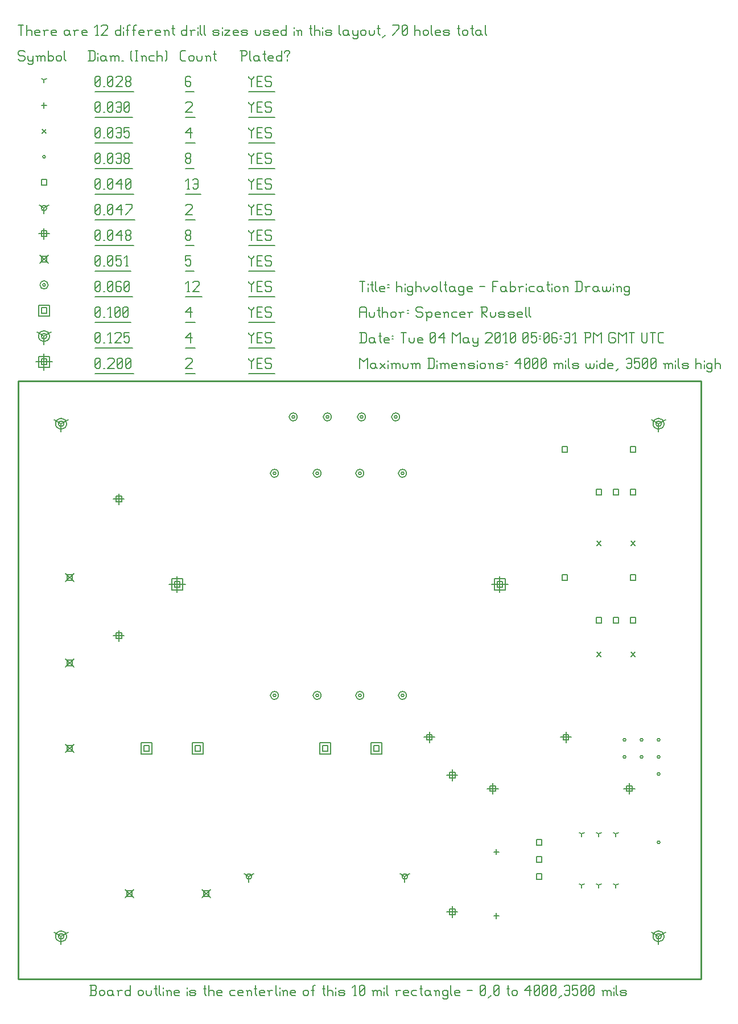
<source format=gbr>
G04 start of page 8 for group -3984 idx -3984 *
G04 Title: highvoltage, fab *
G04 Creator: pcb 20091103 *
G04 CreationDate: Tue 04 May 2010 05:06:31 PM GMT UTC *
G04 For: srussell *
G04 Format: Gerber/RS-274X *
G04 PCB-Dimensions: 400000 350000 *
G04 PCB-Coordinate-Origin: lower left *
%MOIN*%
%FSLAX25Y25*%
%LNFAB*%
%ADD50C,0.0100*%
%ADD52C,0.0080*%
%ADD53C,0.0060*%
G54D52*X93000Y235800D02*Y226200D01*
X88200Y231000D02*X97800D01*
X91400Y232600D02*X94600D01*
X91400D02*Y229400D01*
X94600D01*
Y232600D02*Y229400D01*
X89800Y234200D02*X96200D01*
X89800D02*Y227800D01*
X96200D01*
Y234200D02*Y227800D01*
X282000Y235800D02*Y226200D01*
X277200Y231000D02*X286800D01*
X280400Y232600D02*X283600D01*
X280400D02*Y229400D01*
X283600D01*
Y232600D02*Y229400D01*
X278800Y234200D02*X285200D01*
X278800D02*Y227800D01*
X285200D01*
Y234200D02*Y227800D01*
X15000Y366050D02*Y356450D01*
X10200Y361250D02*X19800D01*
X13400Y362850D02*X16600D01*
X13400D02*Y359650D01*
X16600D01*
Y362850D02*Y359650D01*
X11800Y364450D02*X18200D01*
X11800D02*Y358050D01*
X18200D01*
Y364450D02*Y358050D01*
G54D53*X135000Y363500D02*Y362750D01*
X136500Y361250D01*
X138000Y362750D01*
Y363500D02*Y362750D01*
X136500Y361250D02*Y357500D01*
X139801Y360500D02*X142051D01*
X139801Y357500D02*X142801D01*
X139801Y363500D02*Y357500D01*
Y363500D02*X142801D01*
X147603D02*X148353Y362750D01*
X145353Y363500D02*X147603D01*
X144603Y362750D02*X145353Y363500D01*
X144603Y362750D02*Y361250D01*
X145353Y360500D01*
X147603D01*
X148353Y359750D01*
Y358250D01*
X147603Y357500D02*X148353Y358250D01*
X145353Y357500D02*X147603D01*
X144603Y358250D02*X145353Y357500D01*
X135000Y354249D02*X150154D01*
X98000Y362750D02*X98750Y363500D01*
X101000D01*
X101750Y362750D01*
Y361250D01*
X98000Y357500D02*X101750Y361250D01*
X98000Y357500D02*X101750D01*
X98000Y354249D02*X103551D01*
X45000Y358250D02*X45750Y357500D01*
X45000Y362750D02*Y358250D01*
Y362750D02*X45750Y363500D01*
X47250D01*
X48000Y362750D01*
Y358250D01*
X47250Y357500D02*X48000Y358250D01*
X45750Y357500D02*X47250D01*
X45000Y359000D02*X48000Y362000D01*
X49801Y357500D02*X50551D01*
X52353Y362750D02*X53103Y363500D01*
X55353D01*
X56103Y362750D01*
Y361250D01*
X52353Y357500D02*X56103Y361250D01*
X52353Y357500D02*X56103D01*
X57904Y358250D02*X58654Y357500D01*
X57904Y362750D02*Y358250D01*
Y362750D02*X58654Y363500D01*
X60154D01*
X60904Y362750D01*
Y358250D01*
X60154Y357500D02*X60904Y358250D01*
X58654Y357500D02*X60154D01*
X57904Y359000D02*X60904Y362000D01*
X62706Y358250D02*X63456Y357500D01*
X62706Y362750D02*Y358250D01*
Y362750D02*X63456Y363500D01*
X64956D01*
X65706Y362750D01*
Y358250D01*
X64956Y357500D02*X65706Y358250D01*
X63456Y357500D02*X64956D01*
X62706Y359000D02*X65706Y362000D01*
X45000Y354249D02*X67507D01*
X375000Y325000D02*Y320200D01*
Y325000D02*X379160Y327400D01*
X375000Y325000D02*X370840Y327400D01*
X373400Y325000D02*G75*G03X376600Y325000I1600J0D01*G01*
G75*G03X373400Y325000I-1600J0D01*G01*
X371800D02*G75*G03X378200Y325000I3200J0D01*G01*
G75*G03X371800Y325000I-3200J0D01*G01*
X25000D02*Y320200D01*
Y325000D02*X29160Y327400D01*
X25000Y325000D02*X20840Y327400D01*
X23400Y325000D02*G75*G03X26600Y325000I1600J0D01*G01*
G75*G03X23400Y325000I-1600J0D01*G01*
X21800D02*G75*G03X28200Y325000I3200J0D01*G01*
G75*G03X21800Y325000I-3200J0D01*G01*
X25000Y25000D02*Y20200D01*
Y25000D02*X29160Y27400D01*
X25000Y25000D02*X20840Y27400D01*
X23400Y25000D02*G75*G03X26600Y25000I1600J0D01*G01*
G75*G03X23400Y25000I-1600J0D01*G01*
X21800D02*G75*G03X28200Y25000I3200J0D01*G01*
G75*G03X21800Y25000I-3200J0D01*G01*
X375000D02*Y20200D01*
Y25000D02*X379160Y27400D01*
X375000Y25000D02*X370840Y27400D01*
X373400Y25000D02*G75*G03X376600Y25000I1600J0D01*G01*
G75*G03X373400Y25000I-1600J0D01*G01*
X371800D02*G75*G03X378200Y25000I3200J0D01*G01*
G75*G03X371800Y25000I-3200J0D01*G01*
X15000Y376250D02*Y371450D01*
Y376250D02*X19160Y378650D01*
X15000Y376250D02*X10840Y378650D01*
X13400Y376250D02*G75*G03X16600Y376250I1600J0D01*G01*
G75*G03X13400Y376250I-1600J0D01*G01*
X11800D02*G75*G03X18200Y376250I3200J0D01*G01*
G75*G03X11800Y376250I-3200J0D01*G01*
X135000Y378500D02*Y377750D01*
X136500Y376250D01*
X138000Y377750D01*
Y378500D02*Y377750D01*
X136500Y376250D02*Y372500D01*
X139801Y375500D02*X142051D01*
X139801Y372500D02*X142801D01*
X139801Y378500D02*Y372500D01*
Y378500D02*X142801D01*
X147603D02*X148353Y377750D01*
X145353Y378500D02*X147603D01*
X144603Y377750D02*X145353Y378500D01*
X144603Y377750D02*Y376250D01*
X145353Y375500D01*
X147603D01*
X148353Y374750D01*
Y373250D01*
X147603Y372500D02*X148353Y373250D01*
X145353Y372500D02*X147603D01*
X144603Y373250D02*X145353Y372500D01*
X135000Y369249D02*X150154D01*
X98000Y375500D02*X101000Y378500D01*
X98000Y375500D02*X101750D01*
X101000Y378500D02*Y372500D01*
X98000Y369249D02*X103551D01*
X45000Y373250D02*X45750Y372500D01*
X45000Y377750D02*Y373250D01*
Y377750D02*X45750Y378500D01*
X47250D01*
X48000Y377750D01*
Y373250D01*
X47250Y372500D02*X48000Y373250D01*
X45750Y372500D02*X47250D01*
X45000Y374000D02*X48000Y377000D01*
X49801Y372500D02*X50551D01*
X53103D02*X54603D01*
X53853Y378500D02*Y372500D01*
X52353Y377000D02*X53853Y378500D01*
X56404Y377750D02*X57154Y378500D01*
X59404D01*
X60154Y377750D01*
Y376250D01*
X56404Y372500D02*X60154Y376250D01*
X56404Y372500D02*X60154D01*
X61956Y378500D02*X64956D01*
X61956D02*Y375500D01*
X62706Y376250D01*
X64206D01*
X64956Y375500D01*
Y373250D01*
X64206Y372500D02*X64956Y373250D01*
X62706Y372500D02*X64206D01*
X61956Y373250D02*X62706Y372500D01*
X45000Y369249D02*X66757D01*
X73400Y136600D02*X76600D01*
X73400D02*Y133400D01*
X76600D01*
Y136600D02*Y133400D01*
X71800Y138200D02*X78200D01*
X71800D02*Y131800D01*
X78200D01*
Y138200D02*Y131800D01*
X103400Y136600D02*X106600D01*
X103400D02*Y133400D01*
X106600D01*
Y136600D02*Y133400D01*
X101800Y138200D02*X108200D01*
X101800D02*Y131800D01*
X108200D01*
Y138200D02*Y131800D01*
X178100Y136600D02*X181300D01*
X178100D02*Y133400D01*
X181300D01*
Y136600D02*Y133400D01*
X176500Y138200D02*X182900D01*
X176500D02*Y131800D01*
X182900D01*
Y138200D02*Y131800D01*
X208100Y136600D02*X211300D01*
X208100D02*Y133400D01*
X211300D01*
Y136600D02*Y133400D01*
X206500Y138200D02*X212900D01*
X206500D02*Y131800D01*
X212900D01*
Y138200D02*Y131800D01*
X13400Y392850D02*X16600D01*
X13400D02*Y389650D01*
X16600D01*
Y392850D02*Y389650D01*
X11800Y394450D02*X18200D01*
X11800D02*Y388050D01*
X18200D01*
Y394450D02*Y388050D01*
X135000Y393500D02*Y392750D01*
X136500Y391250D01*
X138000Y392750D01*
Y393500D02*Y392750D01*
X136500Y391250D02*Y387500D01*
X139801Y390500D02*X142051D01*
X139801Y387500D02*X142801D01*
X139801Y393500D02*Y387500D01*
Y393500D02*X142801D01*
X147603D02*X148353Y392750D01*
X145353Y393500D02*X147603D01*
X144603Y392750D02*X145353Y393500D01*
X144603Y392750D02*Y391250D01*
X145353Y390500D01*
X147603D01*
X148353Y389750D01*
Y388250D01*
X147603Y387500D02*X148353Y388250D01*
X145353Y387500D02*X147603D01*
X144603Y388250D02*X145353Y387500D01*
X135000Y384249D02*X150154D01*
X98000Y390500D02*X101000Y393500D01*
X98000Y390500D02*X101750D01*
X101000Y393500D02*Y387500D01*
X98000Y384249D02*X103551D01*
X45000Y388250D02*X45750Y387500D01*
X45000Y392750D02*Y388250D01*
Y392750D02*X45750Y393500D01*
X47250D01*
X48000Y392750D01*
Y388250D01*
X47250Y387500D02*X48000Y388250D01*
X45750Y387500D02*X47250D01*
X45000Y389000D02*X48000Y392000D01*
X49801Y387500D02*X50551D01*
X53103D02*X54603D01*
X53853Y393500D02*Y387500D01*
X52353Y392000D02*X53853Y393500D01*
X56404Y388250D02*X57154Y387500D01*
X56404Y392750D02*Y388250D01*
Y392750D02*X57154Y393500D01*
X58654D01*
X59404Y392750D01*
Y388250D01*
X58654Y387500D02*X59404Y388250D01*
X57154Y387500D02*X58654D01*
X56404Y389000D02*X59404Y392000D01*
X61206Y388250D02*X61956Y387500D01*
X61206Y392750D02*Y388250D01*
Y392750D02*X61956Y393500D01*
X63456D01*
X64206Y392750D01*
Y388250D01*
X63456Y387500D02*X64206Y388250D01*
X61956Y387500D02*X63456D01*
X61206Y389000D02*X64206Y392000D01*
X45000Y384249D02*X66007D01*
X149200Y166000D02*G75*G03X150800Y166000I800J0D01*G01*
G75*G03X149200Y166000I-800J0D01*G01*
X147600D02*G75*G03X152400Y166000I2400J0D01*G01*
G75*G03X147600Y166000I-2400J0D01*G01*
X174200D02*G75*G03X175800Y166000I800J0D01*G01*
G75*G03X174200Y166000I-800J0D01*G01*
X172600D02*G75*G03X177400Y166000I2400J0D01*G01*
G75*G03X172600Y166000I-2400J0D01*G01*
X199200D02*G75*G03X200800Y166000I800J0D01*G01*
G75*G03X199200Y166000I-800J0D01*G01*
X197600D02*G75*G03X202400Y166000I2400J0D01*G01*
G75*G03X197600Y166000I-2400J0D01*G01*
X224200D02*G75*G03X225800Y166000I800J0D01*G01*
G75*G03X224200Y166000I-800J0D01*G01*
X222600D02*G75*G03X227400Y166000I2400J0D01*G01*
G75*G03X222600Y166000I-2400J0D01*G01*
X224200Y296000D02*G75*G03X225800Y296000I800J0D01*G01*
G75*G03X224200Y296000I-800J0D01*G01*
X222600D02*G75*G03X227400Y296000I2400J0D01*G01*
G75*G03X222600Y296000I-2400J0D01*G01*
X199200D02*G75*G03X200800Y296000I800J0D01*G01*
G75*G03X199200Y296000I-800J0D01*G01*
X197600D02*G75*G03X202400Y296000I2400J0D01*G01*
G75*G03X197600Y296000I-2400J0D01*G01*
X174200D02*G75*G03X175800Y296000I800J0D01*G01*
G75*G03X174200Y296000I-800J0D01*G01*
X172600D02*G75*G03X177400Y296000I2400J0D01*G01*
G75*G03X172600Y296000I-2400J0D01*G01*
X149200D02*G75*G03X150800Y296000I800J0D01*G01*
G75*G03X149200Y296000I-800J0D01*G01*
X147600D02*G75*G03X152400Y296000I2400J0D01*G01*
G75*G03X147600Y296000I-2400J0D01*G01*
X220200Y329000D02*G75*G03X221800Y329000I800J0D01*G01*
G75*G03X220200Y329000I-800J0D01*G01*
X218600D02*G75*G03X223400Y329000I2400J0D01*G01*
G75*G03X218600Y329000I-2400J0D01*G01*
X200200D02*G75*G03X201800Y329000I800J0D01*G01*
G75*G03X200200Y329000I-800J0D01*G01*
X198600D02*G75*G03X203400Y329000I2400J0D01*G01*
G75*G03X198600Y329000I-2400J0D01*G01*
X180200D02*G75*G03X181800Y329000I800J0D01*G01*
G75*G03X180200Y329000I-800J0D01*G01*
X178600D02*G75*G03X183400Y329000I2400J0D01*G01*
G75*G03X178600Y329000I-2400J0D01*G01*
X160200D02*G75*G03X161800Y329000I800J0D01*G01*
G75*G03X160200Y329000I-800J0D01*G01*
X158600D02*G75*G03X163400Y329000I2400J0D01*G01*
G75*G03X158600Y329000I-2400J0D01*G01*
X14200Y406250D02*G75*G03X15800Y406250I800J0D01*G01*
G75*G03X14200Y406250I-800J0D01*G01*
X12600D02*G75*G03X17400Y406250I2400J0D01*G01*
G75*G03X12600Y406250I-2400J0D01*G01*
X135000Y408500D02*Y407750D01*
X136500Y406250D01*
X138000Y407750D01*
Y408500D02*Y407750D01*
X136500Y406250D02*Y402500D01*
X139801Y405500D02*X142051D01*
X139801Y402500D02*X142801D01*
X139801Y408500D02*Y402500D01*
Y408500D02*X142801D01*
X147603D02*X148353Y407750D01*
X145353Y408500D02*X147603D01*
X144603Y407750D02*X145353Y408500D01*
X144603Y407750D02*Y406250D01*
X145353Y405500D01*
X147603D01*
X148353Y404750D01*
Y403250D01*
X147603Y402500D02*X148353Y403250D01*
X145353Y402500D02*X147603D01*
X144603Y403250D02*X145353Y402500D01*
X135000Y399249D02*X150154D01*
X98750Y402500D02*X100250D01*
X99500Y408500D02*Y402500D01*
X98000Y407000D02*X99500Y408500D01*
X102051Y407750D02*X102801Y408500D01*
X105051D01*
X105801Y407750D01*
Y406250D01*
X102051Y402500D02*X105801Y406250D01*
X102051Y402500D02*X105801D01*
X98000Y399249D02*X107603D01*
X45000Y403250D02*X45750Y402500D01*
X45000Y407750D02*Y403250D01*
Y407750D02*X45750Y408500D01*
X47250D01*
X48000Y407750D01*
Y403250D01*
X47250Y402500D02*X48000Y403250D01*
X45750Y402500D02*X47250D01*
X45000Y404000D02*X48000Y407000D01*
X49801Y402500D02*X50551D01*
X52353Y403250D02*X53103Y402500D01*
X52353Y407750D02*Y403250D01*
Y407750D02*X53103Y408500D01*
X54603D01*
X55353Y407750D01*
Y403250D01*
X54603Y402500D02*X55353Y403250D01*
X53103Y402500D02*X54603D01*
X52353Y404000D02*X55353Y407000D01*
X59404Y408500D02*X60154Y407750D01*
X57904Y408500D02*X59404D01*
X57154Y407750D02*X57904Y408500D01*
X57154Y407750D02*Y403250D01*
X57904Y402500D01*
X59404Y405500D02*X60154Y404750D01*
X57154Y405500D02*X59404D01*
X57904Y402500D02*X59404D01*
X60154Y403250D01*
Y404750D02*Y403250D01*
X61956D02*X62706Y402500D01*
X61956Y407750D02*Y403250D01*
Y407750D02*X62706Y408500D01*
X64206D01*
X64956Y407750D01*
Y403250D01*
X64206Y402500D02*X64956Y403250D01*
X62706Y402500D02*X64206D01*
X61956Y404000D02*X64956Y407000D01*
X45000Y399249D02*X66757D01*
X107600Y52400D02*X112400Y47600D01*
X107600D02*X112400Y52400D01*
X108400Y51600D02*X111600D01*
X108400D02*Y48400D01*
X111600D01*
Y51600D02*Y48400D01*
X27600Y237400D02*X32400Y232600D01*
X27600D02*X32400Y237400D01*
X28400Y236600D02*X31600D01*
X28400D02*Y233400D01*
X31600D01*
Y236600D02*Y233400D01*
X27600Y137400D02*X32400Y132600D01*
X27600D02*X32400Y137400D01*
X28400Y136600D02*X31600D01*
X28400D02*Y133400D01*
X31600D01*
Y136600D02*Y133400D01*
X27600Y187400D02*X32400Y182600D01*
X27600D02*X32400Y187400D01*
X28400Y186600D02*X31600D01*
X28400D02*Y183400D01*
X31600D01*
Y186600D02*Y183400D01*
X62600Y52400D02*X67400Y47600D01*
X62600D02*X67400Y52400D01*
X63400Y51600D02*X66600D01*
X63400D02*Y48400D01*
X66600D01*
Y51600D02*Y48400D01*
X12600Y423650D02*X17400Y418850D01*
X12600D02*X17400Y423650D01*
X13400Y422850D02*X16600D01*
X13400D02*Y419650D01*
X16600D01*
Y422850D02*Y419650D01*
X135000Y423500D02*Y422750D01*
X136500Y421250D01*
X138000Y422750D01*
Y423500D02*Y422750D01*
X136500Y421250D02*Y417500D01*
X139801Y420500D02*X142051D01*
X139801Y417500D02*X142801D01*
X139801Y423500D02*Y417500D01*
Y423500D02*X142801D01*
X147603D02*X148353Y422750D01*
X145353Y423500D02*X147603D01*
X144603Y422750D02*X145353Y423500D01*
X144603Y422750D02*Y421250D01*
X145353Y420500D01*
X147603D01*
X148353Y419750D01*
Y418250D01*
X147603Y417500D02*X148353Y418250D01*
X145353Y417500D02*X147603D01*
X144603Y418250D02*X145353Y417500D01*
X135000Y414249D02*X150154D01*
X98000Y423500D02*X101000D01*
X98000D02*Y420500D01*
X98750Y421250D01*
X100250D01*
X101000Y420500D01*
Y418250D01*
X100250Y417500D02*X101000Y418250D01*
X98750Y417500D02*X100250D01*
X98000Y418250D02*X98750Y417500D01*
X98000Y414249D02*X102801D01*
X45000Y418250D02*X45750Y417500D01*
X45000Y422750D02*Y418250D01*
Y422750D02*X45750Y423500D01*
X47250D01*
X48000Y422750D01*
Y418250D01*
X47250Y417500D02*X48000Y418250D01*
X45750Y417500D02*X47250D01*
X45000Y419000D02*X48000Y422000D01*
X49801Y417500D02*X50551D01*
X52353Y418250D02*X53103Y417500D01*
X52353Y422750D02*Y418250D01*
Y422750D02*X53103Y423500D01*
X54603D01*
X55353Y422750D01*
Y418250D01*
X54603Y417500D02*X55353Y418250D01*
X53103Y417500D02*X54603D01*
X52353Y419000D02*X55353Y422000D01*
X57154Y423500D02*X60154D01*
X57154D02*Y420500D01*
X57904Y421250D01*
X59404D01*
X60154Y420500D01*
Y418250D01*
X59404Y417500D02*X60154Y418250D01*
X57904Y417500D02*X59404D01*
X57154Y418250D02*X57904Y417500D01*
X62706D02*X64206D01*
X63456Y423500D02*Y417500D01*
X61956Y422000D02*X63456Y423500D01*
X45000Y414249D02*X66007D01*
X320720Y144720D02*Y138320D01*
X317520Y141520D02*X323920D01*
X319120Y143120D02*X322320D01*
X319120D02*Y139920D01*
X322320D01*
Y143120D02*Y139920D01*
X240720Y144720D02*Y138320D01*
X237520Y141520D02*X243920D01*
X239120Y143120D02*X242320D01*
X239120D02*Y139920D01*
X242320D01*
Y143120D02*Y139920D01*
X254160Y42560D02*Y36160D01*
X250960Y39360D02*X257360D01*
X252560Y40960D02*X255760D01*
X252560D02*Y37760D01*
X255760D01*
Y40960D02*Y37760D01*
X254160Y122560D02*Y116160D01*
X250960Y119360D02*X257360D01*
X252560Y120960D02*X255760D01*
X252560D02*Y117760D01*
X255760D01*
Y120960D02*Y117760D01*
X357840Y114650D02*Y108250D01*
X354640Y111450D02*X361040D01*
X356240Y113050D02*X359440D01*
X356240D02*Y109850D01*
X359440D01*
Y113050D02*Y109850D01*
X277840Y114650D02*Y108250D01*
X274640Y111450D02*X281040D01*
X276240Y113050D02*X279440D01*
X276240D02*Y109850D01*
X279440D01*
Y113050D02*Y109850D01*
X58810Y204110D02*Y197710D01*
X55610Y200910D02*X62010D01*
X57210Y202510D02*X60410D01*
X57210D02*Y199310D01*
X60410D01*
Y202510D02*Y199310D01*
X58810Y284110D02*Y277710D01*
X55610Y280910D02*X62010D01*
X57210Y282510D02*X60410D01*
X57210D02*Y279310D01*
X60410D01*
Y282510D02*Y279310D01*
X15000Y439450D02*Y433050D01*
X11800Y436250D02*X18200D01*
X13400Y437850D02*X16600D01*
X13400D02*Y434650D01*
X16600D01*
Y437850D02*Y434650D01*
X135000Y438500D02*Y437750D01*
X136500Y436250D01*
X138000Y437750D01*
Y438500D02*Y437750D01*
X136500Y436250D02*Y432500D01*
X139801Y435500D02*X142051D01*
X139801Y432500D02*X142801D01*
X139801Y438500D02*Y432500D01*
Y438500D02*X142801D01*
X147603D02*X148353Y437750D01*
X145353Y438500D02*X147603D01*
X144603Y437750D02*X145353Y438500D01*
X144603Y437750D02*Y436250D01*
X145353Y435500D01*
X147603D01*
X148353Y434750D01*
Y433250D01*
X147603Y432500D02*X148353Y433250D01*
X145353Y432500D02*X147603D01*
X144603Y433250D02*X145353Y432500D01*
X135000Y429249D02*X150154D01*
X98000Y433250D02*X98750Y432500D01*
X98000Y434750D02*Y433250D01*
Y434750D02*X98750Y435500D01*
X100250D01*
X101000Y434750D01*
Y433250D01*
X100250Y432500D02*X101000Y433250D01*
X98750Y432500D02*X100250D01*
X98000Y436250D02*X98750Y435500D01*
X98000Y437750D02*Y436250D01*
Y437750D02*X98750Y438500D01*
X100250D01*
X101000Y437750D01*
Y436250D01*
X100250Y435500D02*X101000Y436250D01*
X98000Y429249D02*X102801D01*
X45000Y433250D02*X45750Y432500D01*
X45000Y437750D02*Y433250D01*
Y437750D02*X45750Y438500D01*
X47250D01*
X48000Y437750D01*
Y433250D01*
X47250Y432500D02*X48000Y433250D01*
X45750Y432500D02*X47250D01*
X45000Y434000D02*X48000Y437000D01*
X49801Y432500D02*X50551D01*
X52353Y433250D02*X53103Y432500D01*
X52353Y437750D02*Y433250D01*
Y437750D02*X53103Y438500D01*
X54603D01*
X55353Y437750D01*
Y433250D01*
X54603Y432500D02*X55353Y433250D01*
X53103Y432500D02*X54603D01*
X52353Y434000D02*X55353Y437000D01*
X57154Y435500D02*X60154Y438500D01*
X57154Y435500D02*X60904D01*
X60154Y438500D02*Y432500D01*
X62706Y433250D02*X63456Y432500D01*
X62706Y434750D02*Y433250D01*
Y434750D02*X63456Y435500D01*
X64956D01*
X65706Y434750D01*
Y433250D01*
X64956Y432500D02*X65706Y433250D01*
X63456Y432500D02*X64956D01*
X62706Y436250D02*X63456Y435500D01*
X62706Y437750D02*Y436250D01*
Y437750D02*X63456Y438500D01*
X64956D01*
X65706Y437750D01*
Y436250D01*
X64956Y435500D02*X65706Y436250D01*
X45000Y429249D02*X67507D01*
X135000Y60000D02*Y56800D01*
Y60000D02*X137773Y61600D01*
X135000Y60000D02*X132227Y61600D01*
X133400Y60000D02*G75*G03X136600Y60000I1600J0D01*G01*
G75*G03X133400Y60000I-1600J0D01*G01*
X226340D02*Y56800D01*
Y60000D02*X229113Y61600D01*
X226340Y60000D02*X223567Y61600D01*
X224740Y60000D02*G75*G03X227940Y60000I1600J0D01*G01*
G75*G03X224740Y60000I-1600J0D01*G01*
X15000Y451250D02*Y448050D01*
Y451250D02*X17773Y452850D01*
X15000Y451250D02*X12227Y452850D01*
X13400Y451250D02*G75*G03X16600Y451250I1600J0D01*G01*
G75*G03X13400Y451250I-1600J0D01*G01*
X135000Y453500D02*Y452750D01*
X136500Y451250D01*
X138000Y452750D01*
Y453500D02*Y452750D01*
X136500Y451250D02*Y447500D01*
X139801Y450500D02*X142051D01*
X139801Y447500D02*X142801D01*
X139801Y453500D02*Y447500D01*
Y453500D02*X142801D01*
X147603D02*X148353Y452750D01*
X145353Y453500D02*X147603D01*
X144603Y452750D02*X145353Y453500D01*
X144603Y452750D02*Y451250D01*
X145353Y450500D01*
X147603D01*
X148353Y449750D01*
Y448250D01*
X147603Y447500D02*X148353Y448250D01*
X145353Y447500D02*X147603D01*
X144603Y448250D02*X145353Y447500D01*
X135000Y444249D02*X150154D01*
X98000Y452750D02*X98750Y453500D01*
X101000D01*
X101750Y452750D01*
Y451250D01*
X98000Y447500D02*X101750Y451250D01*
X98000Y447500D02*X101750D01*
X98000Y444249D02*X103551D01*
X45000Y448250D02*X45750Y447500D01*
X45000Y452750D02*Y448250D01*
Y452750D02*X45750Y453500D01*
X47250D01*
X48000Y452750D01*
Y448250D01*
X47250Y447500D02*X48000Y448250D01*
X45750Y447500D02*X47250D01*
X45000Y449000D02*X48000Y452000D01*
X49801Y447500D02*X50551D01*
X52353Y448250D02*X53103Y447500D01*
X52353Y452750D02*Y448250D01*
Y452750D02*X53103Y453500D01*
X54603D01*
X55353Y452750D01*
Y448250D01*
X54603Y447500D02*X55353Y448250D01*
X53103Y447500D02*X54603D01*
X52353Y449000D02*X55353Y452000D01*
X57154Y450500D02*X60154Y453500D01*
X57154Y450500D02*X60904D01*
X60154Y453500D02*Y447500D01*
X62706D02*X66456Y451250D01*
Y453500D02*Y451250D01*
X62706Y453500D02*X66456D01*
X45000Y444249D02*X68257D01*
X318400Y236600D02*X321600D01*
X318400D02*Y233400D01*
X321600D01*
Y236600D02*Y233400D01*
X358400Y236600D02*X361600D01*
X358400D02*Y233400D01*
X361600D01*
Y236600D02*Y233400D01*
X318400Y311600D02*X321600D01*
X318400D02*Y308400D01*
X321600D01*
Y311600D02*Y308400D01*
X358400Y311600D02*X361600D01*
X358400D02*Y308400D01*
X361600D01*
Y311600D02*Y308400D01*
X338400Y286600D02*X341600D01*
X338400D02*Y283400D01*
X341600D01*
Y286600D02*Y283400D01*
X348400Y286600D02*X351600D01*
X348400D02*Y283400D01*
X351600D01*
Y286600D02*Y283400D01*
X358400Y286600D02*X361600D01*
X358400D02*Y283400D01*
X361600D01*
Y286600D02*Y283400D01*
X338400Y211600D02*X341600D01*
X338400D02*Y208400D01*
X341600D01*
Y211600D02*Y208400D01*
X348400Y211600D02*X351600D01*
X348400D02*Y208400D01*
X351600D01*
Y211600D02*Y208400D01*
X358400Y211600D02*X361600D01*
X358400D02*Y208400D01*
X361600D01*
Y211600D02*Y208400D01*
X303400Y61600D02*X306600D01*
X303400D02*Y58400D01*
X306600D01*
Y61600D02*Y58400D01*
X303400Y71600D02*X306600D01*
X303400D02*Y68400D01*
X306600D01*
Y71600D02*Y68400D01*
X303400Y81600D02*X306600D01*
X303400D02*Y78400D01*
X306600D01*
Y81600D02*Y78400D01*
X13400Y467850D02*X16600D01*
X13400D02*Y464650D01*
X16600D01*
Y467850D02*Y464650D01*
X135000Y468500D02*Y467750D01*
X136500Y466250D01*
X138000Y467750D01*
Y468500D02*Y467750D01*
X136500Y466250D02*Y462500D01*
X139801Y465500D02*X142051D01*
X139801Y462500D02*X142801D01*
X139801Y468500D02*Y462500D01*
Y468500D02*X142801D01*
X147603D02*X148353Y467750D01*
X145353Y468500D02*X147603D01*
X144603Y467750D02*X145353Y468500D01*
X144603Y467750D02*Y466250D01*
X145353Y465500D01*
X147603D01*
X148353Y464750D01*
Y463250D01*
X147603Y462500D02*X148353Y463250D01*
X145353Y462500D02*X147603D01*
X144603Y463250D02*X145353Y462500D01*
X135000Y459249D02*X150154D01*
X98750Y462500D02*X100250D01*
X99500Y468500D02*Y462500D01*
X98000Y467000D02*X99500Y468500D01*
X102051Y467750D02*X102801Y468500D01*
X104301D01*
X105051Y467750D01*
Y463250D01*
X104301Y462500D02*X105051Y463250D01*
X102801Y462500D02*X104301D01*
X102051Y463250D02*X102801Y462500D01*
Y465500D02*X105051D01*
X98000Y459249D02*X106853D01*
X45000Y463250D02*X45750Y462500D01*
X45000Y467750D02*Y463250D01*
Y467750D02*X45750Y468500D01*
X47250D01*
X48000Y467750D01*
Y463250D01*
X47250Y462500D02*X48000Y463250D01*
X45750Y462500D02*X47250D01*
X45000Y464000D02*X48000Y467000D01*
X49801Y462500D02*X50551D01*
X52353Y463250D02*X53103Y462500D01*
X52353Y467750D02*Y463250D01*
Y467750D02*X53103Y468500D01*
X54603D01*
X55353Y467750D01*
Y463250D01*
X54603Y462500D02*X55353Y463250D01*
X53103Y462500D02*X54603D01*
X52353Y464000D02*X55353Y467000D01*
X57154Y465500D02*X60154Y468500D01*
X57154Y465500D02*X60904D01*
X60154Y468500D02*Y462500D01*
X62706Y463250D02*X63456Y462500D01*
X62706Y467750D02*Y463250D01*
Y467750D02*X63456Y468500D01*
X64956D01*
X65706Y467750D01*
Y463250D01*
X64956Y462500D02*X65706Y463250D01*
X63456Y462500D02*X64956D01*
X62706Y464000D02*X65706Y467000D01*
X45000Y459249D02*X67507D01*
X374200Y80000D02*G75*G03X375800Y80000I800J0D01*G01*
G75*G03X374200Y80000I-800J0D01*G01*
Y120000D02*G75*G03X375800Y120000I800J0D01*G01*
G75*G03X374200Y120000I-800J0D01*G01*
X354200Y130000D02*G75*G03X355800Y130000I800J0D01*G01*
G75*G03X354200Y130000I-800J0D01*G01*
Y140000D02*G75*G03X355800Y140000I800J0D01*G01*
G75*G03X354200Y140000I-800J0D01*G01*
X364200Y130000D02*G75*G03X365800Y130000I800J0D01*G01*
G75*G03X364200Y130000I-800J0D01*G01*
Y140000D02*G75*G03X365800Y140000I800J0D01*G01*
G75*G03X364200Y140000I-800J0D01*G01*
X374200Y130000D02*G75*G03X375800Y130000I800J0D01*G01*
G75*G03X374200Y130000I-800J0D01*G01*
Y140000D02*G75*G03X375800Y140000I800J0D01*G01*
G75*G03X374200Y140000I-800J0D01*G01*
X14200Y481250D02*G75*G03X15800Y481250I800J0D01*G01*
G75*G03X14200Y481250I-800J0D01*G01*
X135000Y483500D02*Y482750D01*
X136500Y481250D01*
X138000Y482750D01*
Y483500D02*Y482750D01*
X136500Y481250D02*Y477500D01*
X139801Y480500D02*X142051D01*
X139801Y477500D02*X142801D01*
X139801Y483500D02*Y477500D01*
Y483500D02*X142801D01*
X147603D02*X148353Y482750D01*
X145353Y483500D02*X147603D01*
X144603Y482750D02*X145353Y483500D01*
X144603Y482750D02*Y481250D01*
X145353Y480500D01*
X147603D01*
X148353Y479750D01*
Y478250D01*
X147603Y477500D02*X148353Y478250D01*
X145353Y477500D02*X147603D01*
X144603Y478250D02*X145353Y477500D01*
X135000Y474249D02*X150154D01*
X98000Y478250D02*X98750Y477500D01*
X98000Y479750D02*Y478250D01*
Y479750D02*X98750Y480500D01*
X100250D01*
X101000Y479750D01*
Y478250D01*
X100250Y477500D02*X101000Y478250D01*
X98750Y477500D02*X100250D01*
X98000Y481250D02*X98750Y480500D01*
X98000Y482750D02*Y481250D01*
Y482750D02*X98750Y483500D01*
X100250D01*
X101000Y482750D01*
Y481250D01*
X100250Y480500D02*X101000Y481250D01*
X98000Y474249D02*X102801D01*
X45000Y478250D02*X45750Y477500D01*
X45000Y482750D02*Y478250D01*
Y482750D02*X45750Y483500D01*
X47250D01*
X48000Y482750D01*
Y478250D01*
X47250Y477500D02*X48000Y478250D01*
X45750Y477500D02*X47250D01*
X45000Y479000D02*X48000Y482000D01*
X49801Y477500D02*X50551D01*
X52353Y478250D02*X53103Y477500D01*
X52353Y482750D02*Y478250D01*
Y482750D02*X53103Y483500D01*
X54603D01*
X55353Y482750D01*
Y478250D01*
X54603Y477500D02*X55353Y478250D01*
X53103Y477500D02*X54603D01*
X52353Y479000D02*X55353Y482000D01*
X57154Y482750D02*X57904Y483500D01*
X59404D01*
X60154Y482750D01*
Y478250D01*
X59404Y477500D02*X60154Y478250D01*
X57904Y477500D02*X59404D01*
X57154Y478250D02*X57904Y477500D01*
Y480500D02*X60154D01*
X61956Y478250D02*X62706Y477500D01*
X61956Y479750D02*Y478250D01*
Y479750D02*X62706Y480500D01*
X64206D01*
X64956Y479750D01*
Y478250D01*
X64206Y477500D02*X64956Y478250D01*
X62706Y477500D02*X64206D01*
X61956Y481250D02*X62706Y480500D01*
X61956Y482750D02*Y481250D01*
Y482750D02*X62706Y483500D01*
X64206D01*
X64956Y482750D01*
Y481250D01*
X64206Y480500D02*X64956Y481250D01*
X45000Y474249D02*X66757D01*
X338800Y256200D02*X341200Y253800D01*
X338800D02*X341200Y256200D01*
X358800D02*X361200Y253800D01*
X358800D02*X361200Y256200D01*
X338800Y191200D02*X341200Y188800D01*
X338800D02*X341200Y191200D01*
X358800D02*X361200Y188800D01*
X358800D02*X361200Y191200D01*
X13800Y497450D02*X16200Y495050D01*
X13800D02*X16200Y497450D01*
X135000Y498500D02*Y497750D01*
X136500Y496250D01*
X138000Y497750D01*
Y498500D02*Y497750D01*
X136500Y496250D02*Y492500D01*
X139801Y495500D02*X142051D01*
X139801Y492500D02*X142801D01*
X139801Y498500D02*Y492500D01*
Y498500D02*X142801D01*
X147603D02*X148353Y497750D01*
X145353Y498500D02*X147603D01*
X144603Y497750D02*X145353Y498500D01*
X144603Y497750D02*Y496250D01*
X145353Y495500D01*
X147603D01*
X148353Y494750D01*
Y493250D01*
X147603Y492500D02*X148353Y493250D01*
X145353Y492500D02*X147603D01*
X144603Y493250D02*X145353Y492500D01*
X135000Y489249D02*X150154D01*
X98000Y495500D02*X101000Y498500D01*
X98000Y495500D02*X101750D01*
X101000Y498500D02*Y492500D01*
X98000Y489249D02*X103551D01*
X45000Y493250D02*X45750Y492500D01*
X45000Y497750D02*Y493250D01*
Y497750D02*X45750Y498500D01*
X47250D01*
X48000Y497750D01*
Y493250D01*
X47250Y492500D02*X48000Y493250D01*
X45750Y492500D02*X47250D01*
X45000Y494000D02*X48000Y497000D01*
X49801Y492500D02*X50551D01*
X52353Y493250D02*X53103Y492500D01*
X52353Y497750D02*Y493250D01*
Y497750D02*X53103Y498500D01*
X54603D01*
X55353Y497750D01*
Y493250D01*
X54603Y492500D02*X55353Y493250D01*
X53103Y492500D02*X54603D01*
X52353Y494000D02*X55353Y497000D01*
X57154Y497750D02*X57904Y498500D01*
X59404D01*
X60154Y497750D01*
Y493250D01*
X59404Y492500D02*X60154Y493250D01*
X57904Y492500D02*X59404D01*
X57154Y493250D02*X57904Y492500D01*
Y495500D02*X60154D01*
X61956Y498500D02*X64956D01*
X61956D02*Y495500D01*
X62706Y496250D01*
X64206D01*
X64956Y495500D01*
Y493250D01*
X64206Y492500D02*X64956Y493250D01*
X62706Y492500D02*X64206D01*
X61956Y493250D02*X62706Y492500D01*
X45000Y489249D02*X66757D01*
X280000Y76100D02*Y72900D01*
X278400Y74500D02*X281600D01*
X280000Y38600D02*Y35400D01*
X278400Y37000D02*X281600D01*
X15000Y512850D02*Y509650D01*
X13400Y511250D02*X16600D01*
X135000Y513500D02*Y512750D01*
X136500Y511250D01*
X138000Y512750D01*
Y513500D02*Y512750D01*
X136500Y511250D02*Y507500D01*
X139801Y510500D02*X142051D01*
X139801Y507500D02*X142801D01*
X139801Y513500D02*Y507500D01*
Y513500D02*X142801D01*
X147603D02*X148353Y512750D01*
X145353Y513500D02*X147603D01*
X144603Y512750D02*X145353Y513500D01*
X144603Y512750D02*Y511250D01*
X145353Y510500D01*
X147603D01*
X148353Y509750D01*
Y508250D01*
X147603Y507500D02*X148353Y508250D01*
X145353Y507500D02*X147603D01*
X144603Y508250D02*X145353Y507500D01*
X135000Y504249D02*X150154D01*
X98000Y512750D02*X98750Y513500D01*
X101000D01*
X101750Y512750D01*
Y511250D01*
X98000Y507500D02*X101750Y511250D01*
X98000Y507500D02*X101750D01*
X98000Y504249D02*X103551D01*
X45000Y508250D02*X45750Y507500D01*
X45000Y512750D02*Y508250D01*
Y512750D02*X45750Y513500D01*
X47250D01*
X48000Y512750D01*
Y508250D01*
X47250Y507500D02*X48000Y508250D01*
X45750Y507500D02*X47250D01*
X45000Y509000D02*X48000Y512000D01*
X49801Y507500D02*X50551D01*
X52353Y508250D02*X53103Y507500D01*
X52353Y512750D02*Y508250D01*
Y512750D02*X53103Y513500D01*
X54603D01*
X55353Y512750D01*
Y508250D01*
X54603Y507500D02*X55353Y508250D01*
X53103Y507500D02*X54603D01*
X52353Y509000D02*X55353Y512000D01*
X57154Y512750D02*X57904Y513500D01*
X59404D01*
X60154Y512750D01*
Y508250D01*
X59404Y507500D02*X60154Y508250D01*
X57904Y507500D02*X59404D01*
X57154Y508250D02*X57904Y507500D01*
Y510500D02*X60154D01*
X61956Y508250D02*X62706Y507500D01*
X61956Y512750D02*Y508250D01*
Y512750D02*X62706Y513500D01*
X64206D01*
X64956Y512750D01*
Y508250D01*
X64206Y507500D02*X64956Y508250D01*
X62706Y507500D02*X64206D01*
X61956Y509000D02*X64956Y512000D01*
X45000Y504249D02*X66757D01*
X350000Y85000D02*Y83400D01*
Y85000D02*X351386Y85800D01*
X350000Y85000D02*X348614Y85800D01*
X340000Y85000D02*Y83400D01*
Y85000D02*X341386Y85800D01*
X340000Y85000D02*X338614Y85800D01*
X330000Y85000D02*Y83400D01*
Y85000D02*X331386Y85800D01*
X330000Y85000D02*X328614Y85800D01*
X330000Y55000D02*Y53400D01*
Y55000D02*X331386Y55800D01*
X330000Y55000D02*X328614Y55800D01*
X340000Y55000D02*Y53400D01*
Y55000D02*X341386Y55800D01*
X340000Y55000D02*X338614Y55800D01*
X350000Y55000D02*Y53400D01*
Y55000D02*X351386Y55800D01*
X350000Y55000D02*X348614Y55800D01*
X15000Y526250D02*Y524650D01*
Y526250D02*X16386Y527050D01*
X15000Y526250D02*X13614Y527050D01*
X135000Y528500D02*Y527750D01*
X136500Y526250D01*
X138000Y527750D01*
Y528500D02*Y527750D01*
X136500Y526250D02*Y522500D01*
X139801Y525500D02*X142051D01*
X139801Y522500D02*X142801D01*
X139801Y528500D02*Y522500D01*
Y528500D02*X142801D01*
X147603D02*X148353Y527750D01*
X145353Y528500D02*X147603D01*
X144603Y527750D02*X145353Y528500D01*
X144603Y527750D02*Y526250D01*
X145353Y525500D01*
X147603D01*
X148353Y524750D01*
Y523250D01*
X147603Y522500D02*X148353Y523250D01*
X145353Y522500D02*X147603D01*
X144603Y523250D02*X145353Y522500D01*
X135000Y519249D02*X150154D01*
X100250Y528500D02*X101000Y527750D01*
X98750Y528500D02*X100250D01*
X98000Y527750D02*X98750Y528500D01*
X98000Y527750D02*Y523250D01*
X98750Y522500D01*
X100250Y525500D02*X101000Y524750D01*
X98000Y525500D02*X100250D01*
X98750Y522500D02*X100250D01*
X101000Y523250D01*
Y524750D02*Y523250D01*
X98000Y519249D02*X102801D01*
X45000Y523250D02*X45750Y522500D01*
X45000Y527750D02*Y523250D01*
Y527750D02*X45750Y528500D01*
X47250D01*
X48000Y527750D01*
Y523250D01*
X47250Y522500D02*X48000Y523250D01*
X45750Y522500D02*X47250D01*
X45000Y524000D02*X48000Y527000D01*
X49801Y522500D02*X50551D01*
X52353Y523250D02*X53103Y522500D01*
X52353Y527750D02*Y523250D01*
Y527750D02*X53103Y528500D01*
X54603D01*
X55353Y527750D01*
Y523250D01*
X54603Y522500D02*X55353Y523250D01*
X53103Y522500D02*X54603D01*
X52353Y524000D02*X55353Y527000D01*
X57154Y527750D02*X57904Y528500D01*
X60154D01*
X60904Y527750D01*
Y526250D01*
X57154Y522500D02*X60904Y526250D01*
X57154Y522500D02*X60904D01*
X62706Y523250D02*X63456Y522500D01*
X62706Y524750D02*Y523250D01*
Y524750D02*X63456Y525500D01*
X64956D01*
X65706Y524750D01*
Y523250D01*
X64956Y522500D02*X65706Y523250D01*
X63456Y522500D02*X64956D01*
X62706Y526250D02*X63456Y525500D01*
X62706Y527750D02*Y526250D01*
Y527750D02*X63456Y528500D01*
X64956D01*
X65706Y527750D01*
Y526250D01*
X64956Y525500D02*X65706Y526250D01*
X45000Y519249D02*X67507D01*
X3000Y543500D02*X3750Y542750D01*
X750Y543500D02*X3000D01*
X0Y542750D02*X750Y543500D01*
X0Y542750D02*Y541250D01*
X750Y540500D01*
X3000D01*
X3750Y539750D01*
Y538250D01*
X3000Y537500D02*X3750Y538250D01*
X750Y537500D02*X3000D01*
X0Y538250D02*X750Y537500D01*
X5551Y540500D02*Y538250D01*
X6301Y537500D01*
X8551Y540500D02*Y536000D01*
X7801Y535250D02*X8551Y536000D01*
X6301Y535250D02*X7801D01*
X5551Y536000D02*X6301Y535250D01*
Y537500D02*X7801D01*
X8551Y538250D01*
X11103Y539750D02*Y537500D01*
Y539750D02*X11853Y540500D01*
X12603D01*
X13353Y539750D01*
Y537500D01*
Y539750D02*X14103Y540500D01*
X14853D01*
X15603Y539750D01*
Y537500D01*
X10353Y540500D02*X11103Y539750D01*
X17404Y543500D02*Y537500D01*
Y538250D02*X18154Y537500D01*
X19654D01*
X20404Y538250D01*
Y539750D02*Y538250D01*
X19654Y540500D02*X20404Y539750D01*
X18154Y540500D02*X19654D01*
X17404Y539750D02*X18154Y540500D01*
X22206Y539750D02*Y538250D01*
Y539750D02*X22956Y540500D01*
X24456D01*
X25206Y539750D01*
Y538250D01*
X24456Y537500D02*X25206Y538250D01*
X22956Y537500D02*X24456D01*
X22206Y538250D02*X22956Y537500D01*
X27007Y543500D02*Y538250D01*
X27757Y537500D01*
X41750Y543500D02*Y537500D01*
X44000Y543500D02*X44750Y542750D01*
Y538250D01*
X44000Y537500D02*X44750Y538250D01*
X41000Y537500D02*X44000D01*
X41000Y543500D02*X44000D01*
X46551Y542000D02*Y541250D01*
Y539750D02*Y537500D01*
X50303Y540500D02*X51053Y539750D01*
X48803Y540500D02*X50303D01*
X48053Y539750D02*X48803Y540500D01*
X48053Y539750D02*Y538250D01*
X48803Y537500D01*
X51053Y540500D02*Y538250D01*
X51803Y537500D01*
X48803D02*X50303D01*
X51053Y538250D01*
X54354Y539750D02*Y537500D01*
Y539750D02*X55104Y540500D01*
X55854D01*
X56604Y539750D01*
Y537500D01*
Y539750D02*X57354Y540500D01*
X58104D01*
X58854Y539750D01*
Y537500D01*
X53604Y540500D02*X54354Y539750D01*
X60656Y537500D02*X61406D01*
X65907Y538250D02*X66657Y537500D01*
X65907Y542750D02*X66657Y543500D01*
X65907Y542750D02*Y538250D01*
X68459Y543500D02*X69959D01*
X69209D02*Y537500D01*
X68459D02*X69959D01*
X72510Y539750D02*Y537500D01*
Y539750D02*X73260Y540500D01*
X74010D01*
X74760Y539750D01*
Y537500D01*
X71760Y540500D02*X72510Y539750D01*
X77312Y540500D02*X79562D01*
X76562Y539750D02*X77312Y540500D01*
X76562Y539750D02*Y538250D01*
X77312Y537500D01*
X79562D01*
X81363Y543500D02*Y537500D01*
Y539750D02*X82113Y540500D01*
X83613D01*
X84363Y539750D01*
Y537500D01*
X86165Y543500D02*X86915Y542750D01*
Y538250D01*
X86165Y537500D02*X86915Y538250D01*
X95750Y537500D02*X98000D01*
X95000Y538250D02*X95750Y537500D01*
X95000Y542750D02*Y538250D01*
Y542750D02*X95750Y543500D01*
X98000D01*
X99801Y539750D02*Y538250D01*
Y539750D02*X100551Y540500D01*
X102051D01*
X102801Y539750D01*
Y538250D01*
X102051Y537500D02*X102801Y538250D01*
X100551Y537500D02*X102051D01*
X99801Y538250D02*X100551Y537500D01*
X104603Y540500D02*Y538250D01*
X105353Y537500D01*
X106853D01*
X107603Y538250D01*
Y540500D02*Y538250D01*
X110154Y539750D02*Y537500D01*
Y539750D02*X110904Y540500D01*
X111654D01*
X112404Y539750D01*
Y537500D01*
X109404Y540500D02*X110154Y539750D01*
X114956Y543500D02*Y538250D01*
X115706Y537500D01*
X114206Y541250D02*X115706D01*
X130750Y543500D02*Y537500D01*
X130000Y543500D02*X133000D01*
X133750Y542750D01*
Y541250D01*
X133000Y540500D02*X133750Y541250D01*
X130750Y540500D02*X133000D01*
X135551Y543500D02*Y538250D01*
X136301Y537500D01*
X140053Y540500D02*X140803Y539750D01*
X138553Y540500D02*X140053D01*
X137803Y539750D02*X138553Y540500D01*
X137803Y539750D02*Y538250D01*
X138553Y537500D01*
X140803Y540500D02*Y538250D01*
X141553Y537500D01*
X138553D02*X140053D01*
X140803Y538250D01*
X144104Y543500D02*Y538250D01*
X144854Y537500D01*
X143354Y541250D02*X144854D01*
X147106Y537500D02*X149356D01*
X146356Y538250D02*X147106Y537500D01*
X146356Y539750D02*Y538250D01*
Y539750D02*X147106Y540500D01*
X148606D01*
X149356Y539750D01*
X146356Y539000D02*X149356D01*
Y539750D02*Y539000D01*
X154157Y543500D02*Y537500D01*
X153407D02*X154157Y538250D01*
X151907Y537500D02*X153407D01*
X151157Y538250D02*X151907Y537500D01*
X151157Y539750D02*Y538250D01*
Y539750D02*X151907Y540500D01*
X153407D01*
X154157Y539750D01*
X157459Y540500D02*Y539750D01*
Y538250D02*Y537500D01*
X155959Y542750D02*Y542000D01*
Y542750D02*X156709Y543500D01*
X158209D01*
X158959Y542750D01*
Y542000D01*
X157459Y540500D02*X158959Y542000D01*
X0Y558500D02*X3000D01*
X1500D02*Y552500D01*
X4801Y558500D02*Y552500D01*
Y554750D02*X5551Y555500D01*
X7051D01*
X7801Y554750D01*
Y552500D01*
X10353D02*X12603D01*
X9603Y553250D02*X10353Y552500D01*
X9603Y554750D02*Y553250D01*
Y554750D02*X10353Y555500D01*
X11853D01*
X12603Y554750D01*
X9603Y554000D02*X12603D01*
Y554750D02*Y554000D01*
X15154Y554750D02*Y552500D01*
Y554750D02*X15904Y555500D01*
X17404D01*
X14404D02*X15154Y554750D01*
X19956Y552500D02*X22206D01*
X19206Y553250D02*X19956Y552500D01*
X19206Y554750D02*Y553250D01*
Y554750D02*X19956Y555500D01*
X21456D01*
X22206Y554750D01*
X19206Y554000D02*X22206D01*
Y554750D02*Y554000D01*
X28957Y555500D02*X29707Y554750D01*
X27457Y555500D02*X28957D01*
X26707Y554750D02*X27457Y555500D01*
X26707Y554750D02*Y553250D01*
X27457Y552500D01*
X29707Y555500D02*Y553250D01*
X30457Y552500D01*
X27457D02*X28957D01*
X29707Y553250D01*
X33009Y554750D02*Y552500D01*
Y554750D02*X33759Y555500D01*
X35259D01*
X32259D02*X33009Y554750D01*
X37810Y552500D02*X40060D01*
X37060Y553250D02*X37810Y552500D01*
X37060Y554750D02*Y553250D01*
Y554750D02*X37810Y555500D01*
X39310D01*
X40060Y554750D01*
X37060Y554000D02*X40060D01*
Y554750D02*Y554000D01*
X45312Y552500D02*X46812D01*
X46062Y558500D02*Y552500D01*
X44562Y557000D02*X46062Y558500D01*
X48613Y557750D02*X49363Y558500D01*
X51613D01*
X52363Y557750D01*
Y556250D01*
X48613Y552500D02*X52363Y556250D01*
X48613Y552500D02*X52363D01*
X59865Y558500D02*Y552500D01*
X59115D02*X59865Y553250D01*
X57615Y552500D02*X59115D01*
X56865Y553250D02*X57615Y552500D01*
X56865Y554750D02*Y553250D01*
Y554750D02*X57615Y555500D01*
X59115D01*
X59865Y554750D01*
X61666Y557000D02*Y556250D01*
Y554750D02*Y552500D01*
X63918Y557750D02*Y552500D01*
Y557750D02*X64668Y558500D01*
X65418D01*
X63168Y555500D02*X64668D01*
X67669Y557750D02*Y552500D01*
Y557750D02*X68419Y558500D01*
X69169D01*
X66919Y555500D02*X68419D01*
X71421Y552500D02*X73671D01*
X70671Y553250D02*X71421Y552500D01*
X70671Y554750D02*Y553250D01*
Y554750D02*X71421Y555500D01*
X72921D01*
X73671Y554750D01*
X70671Y554000D02*X73671D01*
Y554750D02*Y554000D01*
X76222Y554750D02*Y552500D01*
Y554750D02*X76972Y555500D01*
X78472D01*
X75472D02*X76222Y554750D01*
X81024Y552500D02*X83274D01*
X80274Y553250D02*X81024Y552500D01*
X80274Y554750D02*Y553250D01*
Y554750D02*X81024Y555500D01*
X82524D01*
X83274Y554750D01*
X80274Y554000D02*X83274D01*
Y554750D02*Y554000D01*
X85825Y554750D02*Y552500D01*
Y554750D02*X86575Y555500D01*
X87325D01*
X88075Y554750D01*
Y552500D01*
X85075Y555500D02*X85825Y554750D01*
X90627Y558500D02*Y553250D01*
X91377Y552500D01*
X89877Y556250D02*X91377D01*
X98578Y558500D02*Y552500D01*
X97828D02*X98578Y553250D01*
X96328Y552500D02*X97828D01*
X95578Y553250D02*X96328Y552500D01*
X95578Y554750D02*Y553250D01*
Y554750D02*X96328Y555500D01*
X97828D01*
X98578Y554750D01*
X101130D02*Y552500D01*
Y554750D02*X101880Y555500D01*
X103380D01*
X100380D02*X101130Y554750D01*
X105181Y557000D02*Y556250D01*
Y554750D02*Y552500D01*
X106683Y558500D02*Y553250D01*
X107433Y552500D01*
X108934Y558500D02*Y553250D01*
X109684Y552500D01*
X114636D02*X116886D01*
X117636Y553250D01*
X116886Y554000D02*X117636Y553250D01*
X114636Y554000D02*X116886D01*
X113886Y554750D02*X114636Y554000D01*
X113886Y554750D02*X114636Y555500D01*
X116886D01*
X117636Y554750D01*
X113886Y553250D02*X114636Y552500D01*
X119437Y557000D02*Y556250D01*
Y554750D02*Y552500D01*
X120939Y555500D02*X123939D01*
X120939Y552500D02*X123939Y555500D01*
X120939Y552500D02*X123939D01*
X126490D02*X128740D01*
X125740Y553250D02*X126490Y552500D01*
X125740Y554750D02*Y553250D01*
Y554750D02*X126490Y555500D01*
X127990D01*
X128740Y554750D01*
X125740Y554000D02*X128740D01*
Y554750D02*Y554000D01*
X131292Y552500D02*X133542D01*
X134292Y553250D01*
X133542Y554000D02*X134292Y553250D01*
X131292Y554000D02*X133542D01*
X130542Y554750D02*X131292Y554000D01*
X130542Y554750D02*X131292Y555500D01*
X133542D01*
X134292Y554750D01*
X130542Y553250D02*X131292Y552500D01*
X138793Y555500D02*Y553250D01*
X139543Y552500D01*
X141043D01*
X141793Y553250D01*
Y555500D02*Y553250D01*
X144345Y552500D02*X146595D01*
X147345Y553250D01*
X146595Y554000D02*X147345Y553250D01*
X144345Y554000D02*X146595D01*
X143595Y554750D02*X144345Y554000D01*
X143595Y554750D02*X144345Y555500D01*
X146595D01*
X147345Y554750D01*
X143595Y553250D02*X144345Y552500D01*
X149896D02*X152146D01*
X149146Y553250D02*X149896Y552500D01*
X149146Y554750D02*Y553250D01*
Y554750D02*X149896Y555500D01*
X151396D01*
X152146Y554750D01*
X149146Y554000D02*X152146D01*
Y554750D02*Y554000D01*
X156948Y558500D02*Y552500D01*
X156198D02*X156948Y553250D01*
X154698Y552500D02*X156198D01*
X153948Y553250D02*X154698Y552500D01*
X153948Y554750D02*Y553250D01*
Y554750D02*X154698Y555500D01*
X156198D01*
X156948Y554750D01*
X161449Y557000D02*Y556250D01*
Y554750D02*Y552500D01*
X163701Y554750D02*Y552500D01*
Y554750D02*X164451Y555500D01*
X165201D01*
X165951Y554750D01*
Y552500D01*
X162951Y555500D02*X163701Y554750D01*
X171202Y558500D02*Y553250D01*
X171952Y552500D01*
X170452Y556250D02*X171952D01*
X173454Y558500D02*Y552500D01*
Y554750D02*X174204Y555500D01*
X175704D01*
X176454Y554750D01*
Y552500D01*
X178255Y557000D02*Y556250D01*
Y554750D02*Y552500D01*
X180507D02*X182757D01*
X183507Y553250D01*
X182757Y554000D02*X183507Y553250D01*
X180507Y554000D02*X182757D01*
X179757Y554750D02*X180507Y554000D01*
X179757Y554750D02*X180507Y555500D01*
X182757D01*
X183507Y554750D01*
X179757Y553250D02*X180507Y552500D01*
X188008Y558500D02*Y553250D01*
X188758Y552500D01*
X192510Y555500D02*X193260Y554750D01*
X191010Y555500D02*X192510D01*
X190260Y554750D02*X191010Y555500D01*
X190260Y554750D02*Y553250D01*
X191010Y552500D01*
X193260Y555500D02*Y553250D01*
X194010Y552500D01*
X191010D02*X192510D01*
X193260Y553250D01*
X195811Y555500D02*Y553250D01*
X196561Y552500D01*
X198811Y555500D02*Y551000D01*
X198061Y550250D02*X198811Y551000D01*
X196561Y550250D02*X198061D01*
X195811Y551000D02*X196561Y550250D01*
Y552500D02*X198061D01*
X198811Y553250D01*
X200613Y554750D02*Y553250D01*
Y554750D02*X201363Y555500D01*
X202863D01*
X203613Y554750D01*
Y553250D01*
X202863Y552500D02*X203613Y553250D01*
X201363Y552500D02*X202863D01*
X200613Y553250D02*X201363Y552500D01*
X205414Y555500D02*Y553250D01*
X206164Y552500D01*
X207664D01*
X208414Y553250D01*
Y555500D02*Y553250D01*
X210966Y558500D02*Y553250D01*
X211716Y552500D01*
X210216Y556250D02*X211716D01*
X213217Y551000D02*X214717Y552500D01*
X219219D02*X222969Y556250D01*
Y558500D02*Y556250D01*
X219219Y558500D02*X222969D01*
X224770Y553250D02*X225520Y552500D01*
X224770Y557750D02*Y553250D01*
Y557750D02*X225520Y558500D01*
X227020D01*
X227770Y557750D01*
Y553250D01*
X227020Y552500D02*X227770Y553250D01*
X225520Y552500D02*X227020D01*
X224770Y554000D02*X227770Y557000D01*
X232272Y558500D02*Y552500D01*
Y554750D02*X233022Y555500D01*
X234522D01*
X235272Y554750D01*
Y552500D01*
X237073Y554750D02*Y553250D01*
Y554750D02*X237823Y555500D01*
X239323D01*
X240073Y554750D01*
Y553250D01*
X239323Y552500D02*X240073Y553250D01*
X237823Y552500D02*X239323D01*
X237073Y553250D02*X237823Y552500D01*
X241875Y558500D02*Y553250D01*
X242625Y552500D01*
X244876D02*X247126D01*
X244126Y553250D02*X244876Y552500D01*
X244126Y554750D02*Y553250D01*
Y554750D02*X244876Y555500D01*
X246376D01*
X247126Y554750D01*
X244126Y554000D02*X247126D01*
Y554750D02*Y554000D01*
X249678Y552500D02*X251928D01*
X252678Y553250D01*
X251928Y554000D02*X252678Y553250D01*
X249678Y554000D02*X251928D01*
X248928Y554750D02*X249678Y554000D01*
X248928Y554750D02*X249678Y555500D01*
X251928D01*
X252678Y554750D01*
X248928Y553250D02*X249678Y552500D01*
X257929Y558500D02*Y553250D01*
X258679Y552500D01*
X257179Y556250D02*X258679D01*
X260181Y554750D02*Y553250D01*
Y554750D02*X260931Y555500D01*
X262431D01*
X263181Y554750D01*
Y553250D01*
X262431Y552500D02*X263181Y553250D01*
X260931Y552500D02*X262431D01*
X260181Y553250D02*X260931Y552500D01*
X265732Y558500D02*Y553250D01*
X266482Y552500D01*
X264982Y556250D02*X266482D01*
X270234Y555500D02*X270984Y554750D01*
X268734Y555500D02*X270234D01*
X267984Y554750D02*X268734Y555500D01*
X267984Y554750D02*Y553250D01*
X268734Y552500D01*
X270984Y555500D02*Y553250D01*
X271734Y552500D01*
X268734D02*X270234D01*
X270984Y553250D01*
X273535Y558500D02*Y553250D01*
X274285Y552500D01*
G54D50*X0Y350000D02*X400000D01*
X0D02*Y0D01*
X400000Y350000D02*Y0D01*
X0D02*X400000D01*
G54D53*X200000Y363500D02*Y357500D01*
Y363500D02*X202250Y361250D01*
X204500Y363500D01*
Y357500D01*
X208551Y360500D02*X209301Y359750D01*
X207051Y360500D02*X208551D01*
X206301Y359750D02*X207051Y360500D01*
X206301Y359750D02*Y358250D01*
X207051Y357500D01*
X209301Y360500D02*Y358250D01*
X210051Y357500D01*
X207051D02*X208551D01*
X209301Y358250D01*
X211853Y360500D02*X214853Y357500D01*
X211853D02*X214853Y360500D01*
X216654Y362000D02*Y361250D01*
Y359750D02*Y357500D01*
X218906Y359750D02*Y357500D01*
Y359750D02*X219656Y360500D01*
X220406D01*
X221156Y359750D01*
Y357500D01*
Y359750D02*X221906Y360500D01*
X222656D01*
X223406Y359750D01*
Y357500D01*
X218156Y360500D02*X218906Y359750D01*
X225207Y360500D02*Y358250D01*
X225957Y357500D01*
X227457D01*
X228207Y358250D01*
Y360500D02*Y358250D01*
X230759Y359750D02*Y357500D01*
Y359750D02*X231509Y360500D01*
X232259D01*
X233009Y359750D01*
Y357500D01*
Y359750D02*X233759Y360500D01*
X234509D01*
X235259Y359750D01*
Y357500D01*
X230009Y360500D02*X230759Y359750D01*
X240510Y363500D02*Y357500D01*
X242760Y363500D02*X243510Y362750D01*
Y358250D01*
X242760Y357500D02*X243510Y358250D01*
X239760Y357500D02*X242760D01*
X239760Y363500D02*X242760D01*
X245312Y362000D02*Y361250D01*
Y359750D02*Y357500D01*
X247563Y359750D02*Y357500D01*
Y359750D02*X248313Y360500D01*
X249063D01*
X249813Y359750D01*
Y357500D01*
Y359750D02*X250563Y360500D01*
X251313D01*
X252063Y359750D01*
Y357500D01*
X246813Y360500D02*X247563Y359750D01*
X254615Y357500D02*X256865D01*
X253865Y358250D02*X254615Y357500D01*
X253865Y359750D02*Y358250D01*
Y359750D02*X254615Y360500D01*
X256115D01*
X256865Y359750D01*
X253865Y359000D02*X256865D01*
Y359750D02*Y359000D01*
X259416Y359750D02*Y357500D01*
Y359750D02*X260166Y360500D01*
X260916D01*
X261666Y359750D01*
Y357500D01*
X258666Y360500D02*X259416Y359750D01*
X264218Y357500D02*X266468D01*
X267218Y358250D01*
X266468Y359000D02*X267218Y358250D01*
X264218Y359000D02*X266468D01*
X263468Y359750D02*X264218Y359000D01*
X263468Y359750D02*X264218Y360500D01*
X266468D01*
X267218Y359750D01*
X263468Y358250D02*X264218Y357500D01*
X269019Y362000D02*Y361250D01*
Y359750D02*Y357500D01*
X270521Y359750D02*Y358250D01*
Y359750D02*X271271Y360500D01*
X272771D01*
X273521Y359750D01*
Y358250D01*
X272771Y357500D02*X273521Y358250D01*
X271271Y357500D02*X272771D01*
X270521Y358250D02*X271271Y357500D01*
X276072Y359750D02*Y357500D01*
Y359750D02*X276822Y360500D01*
X277572D01*
X278322Y359750D01*
Y357500D01*
X275322Y360500D02*X276072Y359750D01*
X280874Y357500D02*X283124D01*
X283874Y358250D01*
X283124Y359000D02*X283874Y358250D01*
X280874Y359000D02*X283124D01*
X280124Y359750D02*X280874Y359000D01*
X280124Y359750D02*X280874Y360500D01*
X283124D01*
X283874Y359750D01*
X280124Y358250D02*X280874Y357500D01*
X285675Y361250D02*X286425D01*
X285675Y359750D02*X286425D01*
X290927Y360500D02*X293927Y363500D01*
X290927Y360500D02*X294677D01*
X293927Y363500D02*Y357500D01*
X296478Y358250D02*X297228Y357500D01*
X296478Y362750D02*Y358250D01*
Y362750D02*X297228Y363500D01*
X298728D01*
X299478Y362750D01*
Y358250D01*
X298728Y357500D02*X299478Y358250D01*
X297228Y357500D02*X298728D01*
X296478Y359000D02*X299478Y362000D01*
X301280Y358250D02*X302030Y357500D01*
X301280Y362750D02*Y358250D01*
Y362750D02*X302030Y363500D01*
X303530D01*
X304280Y362750D01*
Y358250D01*
X303530Y357500D02*X304280Y358250D01*
X302030Y357500D02*X303530D01*
X301280Y359000D02*X304280Y362000D01*
X306081Y358250D02*X306831Y357500D01*
X306081Y362750D02*Y358250D01*
Y362750D02*X306831Y363500D01*
X308331D01*
X309081Y362750D01*
Y358250D01*
X308331Y357500D02*X309081Y358250D01*
X306831Y357500D02*X308331D01*
X306081Y359000D02*X309081Y362000D01*
X314333Y359750D02*Y357500D01*
Y359750D02*X315083Y360500D01*
X315833D01*
X316583Y359750D01*
Y357500D01*
Y359750D02*X317333Y360500D01*
X318083D01*
X318833Y359750D01*
Y357500D01*
X313583Y360500D02*X314333Y359750D01*
X320634Y362000D02*Y361250D01*
Y359750D02*Y357500D01*
X322136Y363500D02*Y358250D01*
X322886Y357500D01*
X325137D02*X327387D01*
X328137Y358250D01*
X327387Y359000D02*X328137Y358250D01*
X325137Y359000D02*X327387D01*
X324387Y359750D02*X325137Y359000D01*
X324387Y359750D02*X325137Y360500D01*
X327387D01*
X328137Y359750D01*
X324387Y358250D02*X325137Y357500D01*
X332639Y360500D02*Y358250D01*
X333389Y357500D01*
X334139D01*
X334889Y358250D01*
Y360500D02*Y358250D01*
X335639Y357500D01*
X336389D01*
X337139Y358250D01*
Y360500D02*Y358250D01*
X338940Y362000D02*Y361250D01*
Y359750D02*Y357500D01*
X343442Y363500D02*Y357500D01*
X342692D02*X343442Y358250D01*
X341192Y357500D02*X342692D01*
X340442Y358250D02*X341192Y357500D01*
X340442Y359750D02*Y358250D01*
Y359750D02*X341192Y360500D01*
X342692D01*
X343442Y359750D01*
X345993Y357500D02*X348243D01*
X345243Y358250D02*X345993Y357500D01*
X345243Y359750D02*Y358250D01*
Y359750D02*X345993Y360500D01*
X347493D01*
X348243Y359750D01*
X345243Y359000D02*X348243D01*
Y359750D02*Y359000D01*
X350045Y356000D02*X351545Y357500D01*
X356046Y362750D02*X356796Y363500D01*
X358296D01*
X359046Y362750D01*
Y358250D01*
X358296Y357500D02*X359046Y358250D01*
X356796Y357500D02*X358296D01*
X356046Y358250D02*X356796Y357500D01*
Y360500D02*X359046D01*
X360848Y363500D02*X363848D01*
X360848D02*Y360500D01*
X361598Y361250D01*
X363098D01*
X363848Y360500D01*
Y358250D01*
X363098Y357500D02*X363848Y358250D01*
X361598Y357500D02*X363098D01*
X360848Y358250D02*X361598Y357500D01*
X365649Y358250D02*X366399Y357500D01*
X365649Y362750D02*Y358250D01*
Y362750D02*X366399Y363500D01*
X367899D01*
X368649Y362750D01*
Y358250D01*
X367899Y357500D02*X368649Y358250D01*
X366399Y357500D02*X367899D01*
X365649Y359000D02*X368649Y362000D01*
X370451Y358250D02*X371201Y357500D01*
X370451Y362750D02*Y358250D01*
Y362750D02*X371201Y363500D01*
X372701D01*
X373451Y362750D01*
Y358250D01*
X372701Y357500D02*X373451Y358250D01*
X371201Y357500D02*X372701D01*
X370451Y359000D02*X373451Y362000D01*
X378702Y359750D02*Y357500D01*
Y359750D02*X379452Y360500D01*
X380202D01*
X380952Y359750D01*
Y357500D01*
Y359750D02*X381702Y360500D01*
X382452D01*
X383202Y359750D01*
Y357500D01*
X377952Y360500D02*X378702Y359750D01*
X385004Y362000D02*Y361250D01*
Y359750D02*Y357500D01*
X386505Y363500D02*Y358250D01*
X387255Y357500D01*
X389507D02*X391757D01*
X392507Y358250D01*
X391757Y359000D02*X392507Y358250D01*
X389507Y359000D02*X391757D01*
X388757Y359750D02*X389507Y359000D01*
X388757Y359750D02*X389507Y360500D01*
X391757D01*
X392507Y359750D01*
X388757Y358250D02*X389507Y357500D01*
X397008Y363500D02*Y357500D01*
Y359750D02*X397758Y360500D01*
X399258D01*
X400008Y359750D01*
Y357500D01*
X401810Y362000D02*Y361250D01*
Y359750D02*Y357500D01*
X405561Y360500D02*X406311Y359750D01*
X404061Y360500D02*X405561D01*
X403311Y359750D02*X404061Y360500D01*
X403311Y359750D02*Y358250D01*
X404061Y357500D01*
X405561D01*
X406311Y358250D01*
X403311Y356000D02*X404061Y355250D01*
X405561D01*
X406311Y356000D01*
Y360500D02*Y356000D01*
X408113Y363500D02*Y357500D01*
Y359750D02*X408863Y360500D01*
X410363D01*
X411113Y359750D01*
Y357500D01*
X41851Y-9500D02*X44851D01*
X45601Y-8750D01*
Y-7250D02*Y-8750D01*
X44851Y-6500D02*X45601Y-7250D01*
X42601Y-6500D02*X44851D01*
X42601Y-3500D02*Y-9500D01*
X41851Y-3500D02*X44851D01*
X45601Y-4250D01*
Y-5750D01*
X44851Y-6500D02*X45601Y-5750D01*
X47402Y-7250D02*Y-8750D01*
Y-7250D02*X48152Y-6500D01*
X49652D01*
X50402Y-7250D01*
Y-8750D01*
X49652Y-9500D02*X50402Y-8750D01*
X48152Y-9500D02*X49652D01*
X47402Y-8750D02*X48152Y-9500D01*
X54454Y-6500D02*X55204Y-7250D01*
X52954Y-6500D02*X54454D01*
X52204Y-7250D02*X52954Y-6500D01*
X52204Y-7250D02*Y-8750D01*
X52954Y-9500D01*
X55204Y-6500D02*Y-8750D01*
X55954Y-9500D01*
X52954D02*X54454D01*
X55204Y-8750D01*
X58505Y-7250D02*Y-9500D01*
Y-7250D02*X59255Y-6500D01*
X60755D01*
X57755D02*X58505Y-7250D01*
X65557Y-3500D02*Y-9500D01*
X64807D02*X65557Y-8750D01*
X63307Y-9500D02*X64807D01*
X62557Y-8750D02*X63307Y-9500D01*
X62557Y-7250D02*Y-8750D01*
Y-7250D02*X63307Y-6500D01*
X64807D01*
X65557Y-7250D01*
X70058D02*Y-8750D01*
Y-7250D02*X70808Y-6500D01*
X72308D01*
X73058Y-7250D01*
Y-8750D01*
X72308Y-9500D02*X73058Y-8750D01*
X70808Y-9500D02*X72308D01*
X70058Y-8750D02*X70808Y-9500D01*
X74860Y-6500D02*Y-8750D01*
X75610Y-9500D01*
X77110D01*
X77860Y-8750D01*
Y-6500D02*Y-8750D01*
X80411Y-3500D02*Y-8750D01*
X81161Y-9500D01*
X79661Y-5750D02*X81161D01*
X82663Y-3500D02*Y-8750D01*
X83413Y-9500D01*
X84914Y-5000D02*Y-5750D01*
Y-7250D02*Y-9500D01*
X87166Y-7250D02*Y-9500D01*
Y-7250D02*X87916Y-6500D01*
X88666D01*
X89416Y-7250D01*
Y-9500D01*
X86416Y-6500D02*X87166Y-7250D01*
X91967Y-9500D02*X94217D01*
X91217Y-8750D02*X91967Y-9500D01*
X91217Y-7250D02*Y-8750D01*
Y-7250D02*X91967Y-6500D01*
X93467D01*
X94217Y-7250D01*
X91217Y-8000D02*X94217D01*
Y-7250D02*Y-8000D01*
X98719Y-5000D02*Y-5750D01*
Y-7250D02*Y-9500D01*
X100970D02*X103220D01*
X103970Y-8750D01*
X103220Y-8000D02*X103970Y-8750D01*
X100970Y-8000D02*X103220D01*
X100220Y-7250D02*X100970Y-8000D01*
X100220Y-7250D02*X100970Y-6500D01*
X103220D01*
X103970Y-7250D01*
X100220Y-8750D02*X100970Y-9500D01*
X109222Y-3500D02*Y-8750D01*
X109972Y-9500D01*
X108472Y-5750D02*X109972D01*
X111473Y-3500D02*Y-9500D01*
Y-7250D02*X112223Y-6500D01*
X113723D01*
X114473Y-7250D01*
Y-9500D01*
X117025D02*X119275D01*
X116275Y-8750D02*X117025Y-9500D01*
X116275Y-7250D02*Y-8750D01*
Y-7250D02*X117025Y-6500D01*
X118525D01*
X119275Y-7250D01*
X116275Y-8000D02*X119275D01*
Y-7250D02*Y-8000D01*
X124526Y-6500D02*X126776D01*
X123776Y-7250D02*X124526Y-6500D01*
X123776Y-7250D02*Y-8750D01*
X124526Y-9500D01*
X126776D01*
X129328D02*X131578D01*
X128578Y-8750D02*X129328Y-9500D01*
X128578Y-7250D02*Y-8750D01*
Y-7250D02*X129328Y-6500D01*
X130828D01*
X131578Y-7250D01*
X128578Y-8000D02*X131578D01*
Y-7250D02*Y-8000D01*
X134129Y-7250D02*Y-9500D01*
Y-7250D02*X134879Y-6500D01*
X135629D01*
X136379Y-7250D01*
Y-9500D01*
X133379Y-6500D02*X134129Y-7250D01*
X138931Y-3500D02*Y-8750D01*
X139681Y-9500D01*
X138181Y-5750D02*X139681D01*
X141932Y-9500D02*X144182D01*
X141182Y-8750D02*X141932Y-9500D01*
X141182Y-7250D02*Y-8750D01*
Y-7250D02*X141932Y-6500D01*
X143432D01*
X144182Y-7250D01*
X141182Y-8000D02*X144182D01*
Y-7250D02*Y-8000D01*
X146734Y-7250D02*Y-9500D01*
Y-7250D02*X147484Y-6500D01*
X148984D01*
X145984D02*X146734Y-7250D01*
X150785Y-3500D02*Y-8750D01*
X151535Y-9500D01*
X153037Y-5000D02*Y-5750D01*
Y-7250D02*Y-9500D01*
X155288Y-7250D02*Y-9500D01*
Y-7250D02*X156038Y-6500D01*
X156788D01*
X157538Y-7250D01*
Y-9500D01*
X154538Y-6500D02*X155288Y-7250D01*
X160090Y-9500D02*X162340D01*
X159340Y-8750D02*X160090Y-9500D01*
X159340Y-7250D02*Y-8750D01*
Y-7250D02*X160090Y-6500D01*
X161590D01*
X162340Y-7250D01*
X159340Y-8000D02*X162340D01*
Y-7250D02*Y-8000D01*
X166841Y-7250D02*Y-8750D01*
Y-7250D02*X167591Y-6500D01*
X169091D01*
X169841Y-7250D01*
Y-8750D01*
X169091Y-9500D02*X169841Y-8750D01*
X167591Y-9500D02*X169091D01*
X166841Y-8750D02*X167591Y-9500D01*
X172393Y-4250D02*Y-9500D01*
Y-4250D02*X173143Y-3500D01*
X173893D01*
X171643Y-6500D02*X173143D01*
X178844Y-3500D02*Y-8750D01*
X179594Y-9500D01*
X178094Y-5750D02*X179594D01*
X181096Y-3500D02*Y-9500D01*
Y-7250D02*X181846Y-6500D01*
X183346D01*
X184096Y-7250D01*
Y-9500D01*
X185897Y-5000D02*Y-5750D01*
Y-7250D02*Y-9500D01*
X188149D02*X190399D01*
X191149Y-8750D01*
X190399Y-8000D02*X191149Y-8750D01*
X188149Y-8000D02*X190399D01*
X187399Y-7250D02*X188149Y-8000D01*
X187399Y-7250D02*X188149Y-6500D01*
X190399D01*
X191149Y-7250D01*
X187399Y-8750D02*X188149Y-9500D01*
X196400D02*X197900D01*
X197150Y-3500D02*Y-9500D01*
X195650Y-5000D02*X197150Y-3500D01*
X199702Y-8750D02*X200452Y-9500D01*
X199702Y-4250D02*Y-8750D01*
Y-4250D02*X200452Y-3500D01*
X201952D01*
X202702Y-4250D01*
Y-8750D01*
X201952Y-9500D02*X202702Y-8750D01*
X200452Y-9500D02*X201952D01*
X199702Y-8000D02*X202702Y-5000D01*
X207953Y-7250D02*Y-9500D01*
Y-7250D02*X208703Y-6500D01*
X209453D01*
X210203Y-7250D01*
Y-9500D01*
Y-7250D02*X210953Y-6500D01*
X211703D01*
X212453Y-7250D01*
Y-9500D01*
X207203Y-6500D02*X207953Y-7250D01*
X214255Y-5000D02*Y-5750D01*
Y-7250D02*Y-9500D01*
X215756Y-3500D02*Y-8750D01*
X216506Y-9500D01*
X221458Y-7250D02*Y-9500D01*
Y-7250D02*X222208Y-6500D01*
X223708D01*
X220708D02*X221458Y-7250D01*
X226259Y-9500D02*X228509D01*
X225509Y-8750D02*X226259Y-9500D01*
X225509Y-7250D02*Y-8750D01*
Y-7250D02*X226259Y-6500D01*
X227759D01*
X228509Y-7250D01*
X225509Y-8000D02*X228509D01*
Y-7250D02*Y-8000D01*
X231061Y-6500D02*X233311D01*
X230311Y-7250D02*X231061Y-6500D01*
X230311Y-7250D02*Y-8750D01*
X231061Y-9500D01*
X233311D01*
X235862Y-3500D02*Y-8750D01*
X236612Y-9500D01*
X235112Y-5750D02*X236612D01*
X240364Y-6500D02*X241114Y-7250D01*
X238864Y-6500D02*X240364D01*
X238114Y-7250D02*X238864Y-6500D01*
X238114Y-7250D02*Y-8750D01*
X238864Y-9500D01*
X241114Y-6500D02*Y-8750D01*
X241864Y-9500D01*
X238864D02*X240364D01*
X241114Y-8750D01*
X244415Y-7250D02*Y-9500D01*
Y-7250D02*X245165Y-6500D01*
X245915D01*
X246665Y-7250D01*
Y-9500D01*
X243665Y-6500D02*X244415Y-7250D01*
X250717Y-6500D02*X251467Y-7250D01*
X249217Y-6500D02*X250717D01*
X248467Y-7250D02*X249217Y-6500D01*
X248467Y-7250D02*Y-8750D01*
X249217Y-9500D01*
X250717D01*
X251467Y-8750D01*
X248467Y-11000D02*X249217Y-11750D01*
X250717D01*
X251467Y-11000D01*
Y-6500D02*Y-11000D01*
X253268Y-3500D02*Y-8750D01*
X254018Y-9500D01*
X256270D02*X258520D01*
X255520Y-8750D02*X256270Y-9500D01*
X255520Y-7250D02*Y-8750D01*
Y-7250D02*X256270Y-6500D01*
X257770D01*
X258520Y-7250D01*
X255520Y-8000D02*X258520D01*
Y-7250D02*Y-8000D01*
X263021Y-6500D02*X266021D01*
X270523Y-8750D02*X271273Y-9500D01*
X270523Y-4250D02*Y-8750D01*
Y-4250D02*X271273Y-3500D01*
X272773D01*
X273523Y-4250D01*
Y-8750D01*
X272773Y-9500D02*X273523Y-8750D01*
X271273Y-9500D02*X272773D01*
X270523Y-8000D02*X273523Y-5000D01*
X275324Y-11000D02*X276824Y-9500D01*
X278626Y-8750D02*X279376Y-9500D01*
X278626Y-4250D02*Y-8750D01*
Y-4250D02*X279376Y-3500D01*
X280876D01*
X281626Y-4250D01*
Y-8750D01*
X280876Y-9500D02*X281626Y-8750D01*
X279376Y-9500D02*X280876D01*
X278626Y-8000D02*X281626Y-5000D01*
X286877Y-3500D02*Y-8750D01*
X287627Y-9500D01*
X286127Y-5750D02*X287627D01*
X289129Y-7250D02*Y-8750D01*
Y-7250D02*X289879Y-6500D01*
X291379D01*
X292129Y-7250D01*
Y-8750D01*
X291379Y-9500D02*X292129Y-8750D01*
X289879Y-9500D02*X291379D01*
X289129Y-8750D02*X289879Y-9500D01*
X296630Y-6500D02*X299630Y-3500D01*
X296630Y-6500D02*X300380D01*
X299630Y-3500D02*Y-9500D01*
X302182Y-8750D02*X302932Y-9500D01*
X302182Y-4250D02*Y-8750D01*
Y-4250D02*X302932Y-3500D01*
X304432D01*
X305182Y-4250D01*
Y-8750D01*
X304432Y-9500D02*X305182Y-8750D01*
X302932Y-9500D02*X304432D01*
X302182Y-8000D02*X305182Y-5000D01*
X306983Y-8750D02*X307733Y-9500D01*
X306983Y-4250D02*Y-8750D01*
Y-4250D02*X307733Y-3500D01*
X309233D01*
X309983Y-4250D01*
Y-8750D01*
X309233Y-9500D02*X309983Y-8750D01*
X307733Y-9500D02*X309233D01*
X306983Y-8000D02*X309983Y-5000D01*
X311785Y-8750D02*X312535Y-9500D01*
X311785Y-4250D02*Y-8750D01*
Y-4250D02*X312535Y-3500D01*
X314035D01*
X314785Y-4250D01*
Y-8750D01*
X314035Y-9500D02*X314785Y-8750D01*
X312535Y-9500D02*X314035D01*
X311785Y-8000D02*X314785Y-5000D01*
X316586Y-11000D02*X318086Y-9500D01*
X319888Y-4250D02*X320638Y-3500D01*
X322138D01*
X322888Y-4250D01*
Y-8750D01*
X322138Y-9500D02*X322888Y-8750D01*
X320638Y-9500D02*X322138D01*
X319888Y-8750D02*X320638Y-9500D01*
Y-6500D02*X322888D01*
X324689Y-3500D02*X327689D01*
X324689D02*Y-6500D01*
X325439Y-5750D01*
X326939D01*
X327689Y-6500D01*
Y-8750D01*
X326939Y-9500D02*X327689Y-8750D01*
X325439Y-9500D02*X326939D01*
X324689Y-8750D02*X325439Y-9500D01*
X329491Y-8750D02*X330241Y-9500D01*
X329491Y-4250D02*Y-8750D01*
Y-4250D02*X330241Y-3500D01*
X331741D01*
X332491Y-4250D01*
Y-8750D01*
X331741Y-9500D02*X332491Y-8750D01*
X330241Y-9500D02*X331741D01*
X329491Y-8000D02*X332491Y-5000D01*
X334292Y-8750D02*X335042Y-9500D01*
X334292Y-4250D02*Y-8750D01*
Y-4250D02*X335042Y-3500D01*
X336542D01*
X337292Y-4250D01*
Y-8750D01*
X336542Y-9500D02*X337292Y-8750D01*
X335042Y-9500D02*X336542D01*
X334292Y-8000D02*X337292Y-5000D01*
X342544Y-7250D02*Y-9500D01*
Y-7250D02*X343294Y-6500D01*
X344044D01*
X344794Y-7250D01*
Y-9500D01*
Y-7250D02*X345544Y-6500D01*
X346294D01*
X347044Y-7250D01*
Y-9500D01*
X341794Y-6500D02*X342544Y-7250D01*
X348845Y-5000D02*Y-5750D01*
Y-7250D02*Y-9500D01*
X350347Y-3500D02*Y-8750D01*
X351097Y-9500D01*
X353348D02*X355598D01*
X356348Y-8750D01*
X355598Y-8000D02*X356348Y-8750D01*
X353348Y-8000D02*X355598D01*
X352598Y-7250D02*X353348Y-8000D01*
X352598Y-7250D02*X353348Y-6500D01*
X355598D01*
X356348Y-7250D01*
X352598Y-8750D02*X353348Y-9500D01*
X200750Y378500D02*Y372500D01*
X203000Y378500D02*X203750Y377750D01*
Y373250D01*
X203000Y372500D02*X203750Y373250D01*
X200000Y372500D02*X203000D01*
X200000Y378500D02*X203000D01*
X207801Y375500D02*X208551Y374750D01*
X206301Y375500D02*X207801D01*
X205551Y374750D02*X206301Y375500D01*
X205551Y374750D02*Y373250D01*
X206301Y372500D01*
X208551Y375500D02*Y373250D01*
X209301Y372500D01*
X206301D02*X207801D01*
X208551Y373250D01*
X211853Y378500D02*Y373250D01*
X212603Y372500D01*
X211103Y376250D02*X212603D01*
X214854Y372500D02*X217104D01*
X214104Y373250D02*X214854Y372500D01*
X214104Y374750D02*Y373250D01*
Y374750D02*X214854Y375500D01*
X216354D01*
X217104Y374750D01*
X214104Y374000D02*X217104D01*
Y374750D02*Y374000D01*
X218906Y376250D02*X219656D01*
X218906Y374750D02*X219656D01*
X224157Y378500D02*X227157D01*
X225657D02*Y372500D01*
X228959Y375500D02*Y373250D01*
X229709Y372500D01*
X231209D01*
X231959Y373250D01*
Y375500D02*Y373250D01*
X234510Y372500D02*X236760D01*
X233760Y373250D02*X234510Y372500D01*
X233760Y374750D02*Y373250D01*
Y374750D02*X234510Y375500D01*
X236010D01*
X236760Y374750D01*
X233760Y374000D02*X236760D01*
Y374750D02*Y374000D01*
X241262Y373250D02*X242012Y372500D01*
X241262Y377750D02*Y373250D01*
Y377750D02*X242012Y378500D01*
X243512D01*
X244262Y377750D01*
Y373250D01*
X243512Y372500D02*X244262Y373250D01*
X242012Y372500D02*X243512D01*
X241262Y374000D02*X244262Y377000D01*
X246063Y375500D02*X249063Y378500D01*
X246063Y375500D02*X249813D01*
X249063Y378500D02*Y372500D01*
X254315Y378500D02*Y372500D01*
Y378500D02*X256565Y376250D01*
X258815Y378500D01*
Y372500D01*
X262866Y375500D02*X263616Y374750D01*
X261366Y375500D02*X262866D01*
X260616Y374750D02*X261366Y375500D01*
X260616Y374750D02*Y373250D01*
X261366Y372500D01*
X263616Y375500D02*Y373250D01*
X264366Y372500D01*
X261366D02*X262866D01*
X263616Y373250D01*
X266168Y375500D02*Y373250D01*
X266918Y372500D01*
X269168Y375500D02*Y371000D01*
X268418Y370250D02*X269168Y371000D01*
X266918Y370250D02*X268418D01*
X266168Y371000D02*X266918Y370250D01*
Y372500D02*X268418D01*
X269168Y373250D01*
X273669Y377750D02*X274419Y378500D01*
X276669D01*
X277419Y377750D01*
Y376250D01*
X273669Y372500D02*X277419Y376250D01*
X273669Y372500D02*X277419D01*
X279221Y373250D02*X279971Y372500D01*
X279221Y377750D02*Y373250D01*
Y377750D02*X279971Y378500D01*
X281471D01*
X282221Y377750D01*
Y373250D01*
X281471Y372500D02*X282221Y373250D01*
X279971Y372500D02*X281471D01*
X279221Y374000D02*X282221Y377000D01*
X284772Y372500D02*X286272D01*
X285522Y378500D02*Y372500D01*
X284022Y377000D02*X285522Y378500D01*
X288074Y373250D02*X288824Y372500D01*
X288074Y377750D02*Y373250D01*
Y377750D02*X288824Y378500D01*
X290324D01*
X291074Y377750D01*
Y373250D01*
X290324Y372500D02*X291074Y373250D01*
X288824Y372500D02*X290324D01*
X288074Y374000D02*X291074Y377000D01*
X295575Y373250D02*X296325Y372500D01*
X295575Y377750D02*Y373250D01*
Y377750D02*X296325Y378500D01*
X297825D01*
X298575Y377750D01*
Y373250D01*
X297825Y372500D02*X298575Y373250D01*
X296325Y372500D02*X297825D01*
X295575Y374000D02*X298575Y377000D01*
X300377Y378500D02*X303377D01*
X300377D02*Y375500D01*
X301127Y376250D01*
X302627D01*
X303377Y375500D01*
Y373250D01*
X302627Y372500D02*X303377Y373250D01*
X301127Y372500D02*X302627D01*
X300377Y373250D02*X301127Y372500D01*
X305178Y376250D02*X305928D01*
X305178Y374750D02*X305928D01*
X307730Y373250D02*X308480Y372500D01*
X307730Y377750D02*Y373250D01*
Y377750D02*X308480Y378500D01*
X309980D01*
X310730Y377750D01*
Y373250D01*
X309980Y372500D02*X310730Y373250D01*
X308480Y372500D02*X309980D01*
X307730Y374000D02*X310730Y377000D01*
X314781Y378500D02*X315531Y377750D01*
X313281Y378500D02*X314781D01*
X312531Y377750D02*X313281Y378500D01*
X312531Y377750D02*Y373250D01*
X313281Y372500D01*
X314781Y375500D02*X315531Y374750D01*
X312531Y375500D02*X314781D01*
X313281Y372500D02*X314781D01*
X315531Y373250D01*
Y374750D02*Y373250D01*
X317333Y376250D02*X318083D01*
X317333Y374750D02*X318083D01*
X319884Y377750D02*X320634Y378500D01*
X322134D01*
X322884Y377750D01*
Y373250D01*
X322134Y372500D02*X322884Y373250D01*
X320634Y372500D02*X322134D01*
X319884Y373250D02*X320634Y372500D01*
Y375500D02*X322884D01*
X325436Y372500D02*X326936D01*
X326186Y378500D02*Y372500D01*
X324686Y377000D02*X326186Y378500D01*
X332187D02*Y372500D01*
X331437Y378500D02*X334437D01*
X335187Y377750D01*
Y376250D01*
X334437Y375500D02*X335187Y376250D01*
X332187Y375500D02*X334437D01*
X336989Y378500D02*Y372500D01*
Y378500D02*X339239Y376250D01*
X341489Y378500D01*
Y372500D01*
X348990Y378500D02*X349740Y377750D01*
X346740Y378500D02*X348990D01*
X345990Y377750D02*X346740Y378500D01*
X345990Y377750D02*Y373250D01*
X346740Y372500D01*
X348990D01*
X349740Y373250D01*
Y374750D02*Y373250D01*
X348990Y375500D02*X349740Y374750D01*
X347490Y375500D02*X348990D01*
X351542Y378500D02*Y372500D01*
Y378500D02*X353792Y376250D01*
X356042Y378500D01*
Y372500D01*
X357843Y378500D02*X360843D01*
X359343D02*Y372500D01*
X365345Y378500D02*Y373250D01*
X366095Y372500D01*
X367595D01*
X368345Y373250D01*
Y378500D02*Y373250D01*
X370146Y378500D02*X373146D01*
X371646D02*Y372500D01*
X375698D02*X377948D01*
X374948Y373250D02*X375698Y372500D01*
X374948Y377750D02*Y373250D01*
Y377750D02*X375698Y378500D01*
X377948D01*
X200000Y392750D02*Y387500D01*
Y392750D02*X200750Y393500D01*
X203000D01*
X203750Y392750D01*
Y387500D01*
X200000Y390500D02*X203750D01*
X205551D02*Y388250D01*
X206301Y387500D01*
X207801D01*
X208551Y388250D01*
Y390500D02*Y388250D01*
X211103Y393500D02*Y388250D01*
X211853Y387500D01*
X210353Y391250D02*X211853D01*
X213354Y393500D02*Y387500D01*
Y389750D02*X214104Y390500D01*
X215604D01*
X216354Y389750D01*
Y387500D01*
X218156Y389750D02*Y388250D01*
Y389750D02*X218906Y390500D01*
X220406D01*
X221156Y389750D01*
Y388250D01*
X220406Y387500D02*X221156Y388250D01*
X218906Y387500D02*X220406D01*
X218156Y388250D02*X218906Y387500D01*
X223707Y389750D02*Y387500D01*
Y389750D02*X224457Y390500D01*
X225957D01*
X222957D02*X223707Y389750D01*
X227759Y391250D02*X228509D01*
X227759Y389750D02*X228509D01*
X236010Y393500D02*X236760Y392750D01*
X233760Y393500D02*X236010D01*
X233010Y392750D02*X233760Y393500D01*
X233010Y392750D02*Y391250D01*
X233760Y390500D01*
X236010D01*
X236760Y389750D01*
Y388250D01*
X236010Y387500D02*X236760Y388250D01*
X233760Y387500D02*X236010D01*
X233010Y388250D02*X233760Y387500D01*
X239312Y389750D02*Y385250D01*
X238562Y390500D02*X239312Y389750D01*
X240062Y390500D01*
X241562D01*
X242312Y389750D01*
Y388250D01*
X241562Y387500D02*X242312Y388250D01*
X240062Y387500D02*X241562D01*
X239312Y388250D02*X240062Y387500D01*
X244863D02*X247113D01*
X244113Y388250D02*X244863Y387500D01*
X244113Y389750D02*Y388250D01*
Y389750D02*X244863Y390500D01*
X246363D01*
X247113Y389750D01*
X244113Y389000D02*X247113D01*
Y389750D02*Y389000D01*
X249665Y389750D02*Y387500D01*
Y389750D02*X250415Y390500D01*
X251165D01*
X251915Y389750D01*
Y387500D01*
X248915Y390500D02*X249665Y389750D01*
X254466Y390500D02*X256716D01*
X253716Y389750D02*X254466Y390500D01*
X253716Y389750D02*Y388250D01*
X254466Y387500D01*
X256716D01*
X259268D02*X261518D01*
X258518Y388250D02*X259268Y387500D01*
X258518Y389750D02*Y388250D01*
Y389750D02*X259268Y390500D01*
X260768D01*
X261518Y389750D01*
X258518Y389000D02*X261518D01*
Y389750D02*Y389000D01*
X264069Y389750D02*Y387500D01*
Y389750D02*X264819Y390500D01*
X266319D01*
X263319D02*X264069Y389750D01*
X270821Y393500D02*X273821D01*
X274571Y392750D01*
Y391250D01*
X273821Y390500D02*X274571Y391250D01*
X271571Y390500D02*X273821D01*
X271571Y393500D02*Y387500D01*
Y390500D02*X274571Y387500D01*
X276372Y390500D02*Y388250D01*
X277122Y387500D01*
X278622D01*
X279372Y388250D01*
Y390500D02*Y388250D01*
X281924Y387500D02*X284174D01*
X284924Y388250D01*
X284174Y389000D02*X284924Y388250D01*
X281924Y389000D02*X284174D01*
X281174Y389750D02*X281924Y389000D01*
X281174Y389750D02*X281924Y390500D01*
X284174D01*
X284924Y389750D01*
X281174Y388250D02*X281924Y387500D01*
X287475D02*X289725D01*
X290475Y388250D01*
X289725Y389000D02*X290475Y388250D01*
X287475Y389000D02*X289725D01*
X286725Y389750D02*X287475Y389000D01*
X286725Y389750D02*X287475Y390500D01*
X289725D01*
X290475Y389750D01*
X286725Y388250D02*X287475Y387500D01*
X293027D02*X295277D01*
X292277Y388250D02*X293027Y387500D01*
X292277Y389750D02*Y388250D01*
Y389750D02*X293027Y390500D01*
X294527D01*
X295277Y389750D01*
X292277Y389000D02*X295277D01*
Y389750D02*Y389000D01*
X297078Y393500D02*Y388250D01*
X297828Y387500D01*
X299330Y393500D02*Y388250D01*
X300080Y387500D01*
X200000Y408500D02*X203000D01*
X201500D02*Y402500D01*
X204801Y407000D02*Y406250D01*
Y404750D02*Y402500D01*
X207053Y408500D02*Y403250D01*
X207803Y402500D01*
X206303Y406250D02*X207803D01*
X209304Y408500D02*Y403250D01*
X210054Y402500D01*
X212306D02*X214556D01*
X211556Y403250D02*X212306Y402500D01*
X211556Y404750D02*Y403250D01*
Y404750D02*X212306Y405500D01*
X213806D01*
X214556Y404750D01*
X211556Y404000D02*X214556D01*
Y404750D02*Y404000D01*
X216357Y406250D02*X217107D01*
X216357Y404750D02*X217107D01*
X221609Y408500D02*Y402500D01*
Y404750D02*X222359Y405500D01*
X223859D01*
X224609Y404750D01*
Y402500D01*
X226410Y407000D02*Y406250D01*
Y404750D02*Y402500D01*
X230162Y405500D02*X230912Y404750D01*
X228662Y405500D02*X230162D01*
X227912Y404750D02*X228662Y405500D01*
X227912Y404750D02*Y403250D01*
X228662Y402500D01*
X230162D01*
X230912Y403250D01*
X227912Y401000D02*X228662Y400250D01*
X230162D01*
X230912Y401000D01*
Y405500D02*Y401000D01*
X232713Y408500D02*Y402500D01*
Y404750D02*X233463Y405500D01*
X234963D01*
X235713Y404750D01*
Y402500D01*
X237515Y405500D02*Y404000D01*
X239015Y402500D01*
X240515Y404000D01*
Y405500D02*Y404000D01*
X242316Y404750D02*Y403250D01*
Y404750D02*X243066Y405500D01*
X244566D01*
X245316Y404750D01*
Y403250D01*
X244566Y402500D02*X245316Y403250D01*
X243066Y402500D02*X244566D01*
X242316Y403250D02*X243066Y402500D01*
X247118Y408500D02*Y403250D01*
X247868Y402500D01*
X250119Y408500D02*Y403250D01*
X250869Y402500D01*
X249369Y406250D02*X250869D01*
X254621Y405500D02*X255371Y404750D01*
X253121Y405500D02*X254621D01*
X252371Y404750D02*X253121Y405500D01*
X252371Y404750D02*Y403250D01*
X253121Y402500D01*
X255371Y405500D02*Y403250D01*
X256121Y402500D01*
X253121D02*X254621D01*
X255371Y403250D01*
X260172Y405500D02*X260922Y404750D01*
X258672Y405500D02*X260172D01*
X257922Y404750D02*X258672Y405500D01*
X257922Y404750D02*Y403250D01*
X258672Y402500D01*
X260172D01*
X260922Y403250D01*
X257922Y401000D02*X258672Y400250D01*
X260172D01*
X260922Y401000D01*
Y405500D02*Y401000D01*
X263474Y402500D02*X265724D01*
X262724Y403250D02*X263474Y402500D01*
X262724Y404750D02*Y403250D01*
Y404750D02*X263474Y405500D01*
X264974D01*
X265724Y404750D01*
X262724Y404000D02*X265724D01*
Y404750D02*Y404000D01*
X270225Y405500D02*X273225D01*
X277727Y408500D02*Y402500D01*
Y408500D02*X280727D01*
X277727Y405500D02*X279977D01*
X284778D02*X285528Y404750D01*
X283278Y405500D02*X284778D01*
X282528Y404750D02*X283278Y405500D01*
X282528Y404750D02*Y403250D01*
X283278Y402500D01*
X285528Y405500D02*Y403250D01*
X286278Y402500D01*
X283278D02*X284778D01*
X285528Y403250D01*
X288080Y408500D02*Y402500D01*
Y403250D02*X288830Y402500D01*
X290330D01*
X291080Y403250D01*
Y404750D02*Y403250D01*
X290330Y405500D02*X291080Y404750D01*
X288830Y405500D02*X290330D01*
X288080Y404750D02*X288830Y405500D01*
X293631Y404750D02*Y402500D01*
Y404750D02*X294381Y405500D01*
X295881D01*
X292881D02*X293631Y404750D01*
X297683Y407000D02*Y406250D01*
Y404750D02*Y402500D01*
X299934Y405500D02*X302184D01*
X299184Y404750D02*X299934Y405500D01*
X299184Y404750D02*Y403250D01*
X299934Y402500D01*
X302184D01*
X306236Y405500D02*X306986Y404750D01*
X304736Y405500D02*X306236D01*
X303986Y404750D02*X304736Y405500D01*
X303986Y404750D02*Y403250D01*
X304736Y402500D01*
X306986Y405500D02*Y403250D01*
X307736Y402500D01*
X304736D02*X306236D01*
X306986Y403250D01*
X310287Y408500D02*Y403250D01*
X311037Y402500D01*
X309537Y406250D02*X311037D01*
X312539Y407000D02*Y406250D01*
Y404750D02*Y402500D01*
X314040Y404750D02*Y403250D01*
Y404750D02*X314790Y405500D01*
X316290D01*
X317040Y404750D01*
Y403250D01*
X316290Y402500D02*X317040Y403250D01*
X314790Y402500D02*X316290D01*
X314040Y403250D02*X314790Y402500D01*
X319592Y404750D02*Y402500D01*
Y404750D02*X320342Y405500D01*
X321092D01*
X321842Y404750D01*
Y402500D01*
X318842Y405500D02*X319592Y404750D01*
X327093Y408500D02*Y402500D01*
X329343Y408500D02*X330093Y407750D01*
Y403250D01*
X329343Y402500D02*X330093Y403250D01*
X326343Y402500D02*X329343D01*
X326343Y408500D02*X329343D01*
X332645Y404750D02*Y402500D01*
Y404750D02*X333395Y405500D01*
X334895D01*
X331895D02*X332645Y404750D01*
X338946Y405500D02*X339696Y404750D01*
X337446Y405500D02*X338946D01*
X336696Y404750D02*X337446Y405500D01*
X336696Y404750D02*Y403250D01*
X337446Y402500D01*
X339696Y405500D02*Y403250D01*
X340446Y402500D01*
X337446D02*X338946D01*
X339696Y403250D01*
X342248Y405500D02*Y403250D01*
X342998Y402500D01*
X343748D01*
X344498Y403250D01*
Y405500D02*Y403250D01*
X345248Y402500D01*
X345998D01*
X346748Y403250D01*
Y405500D02*Y403250D01*
X348549Y407000D02*Y406250D01*
Y404750D02*Y402500D01*
X350801Y404750D02*Y402500D01*
Y404750D02*X351551Y405500D01*
X352301D01*
X353051Y404750D01*
Y402500D01*
X350051Y405500D02*X350801Y404750D01*
X357102Y405500D02*X357852Y404750D01*
X355602Y405500D02*X357102D01*
X354852Y404750D02*X355602Y405500D01*
X354852Y404750D02*Y403250D01*
X355602Y402500D01*
X357102D01*
X357852Y403250D01*
X354852Y401000D02*X355602Y400250D01*
X357102D01*
X357852Y401000D01*
Y405500D02*Y401000D01*
M02*

</source>
